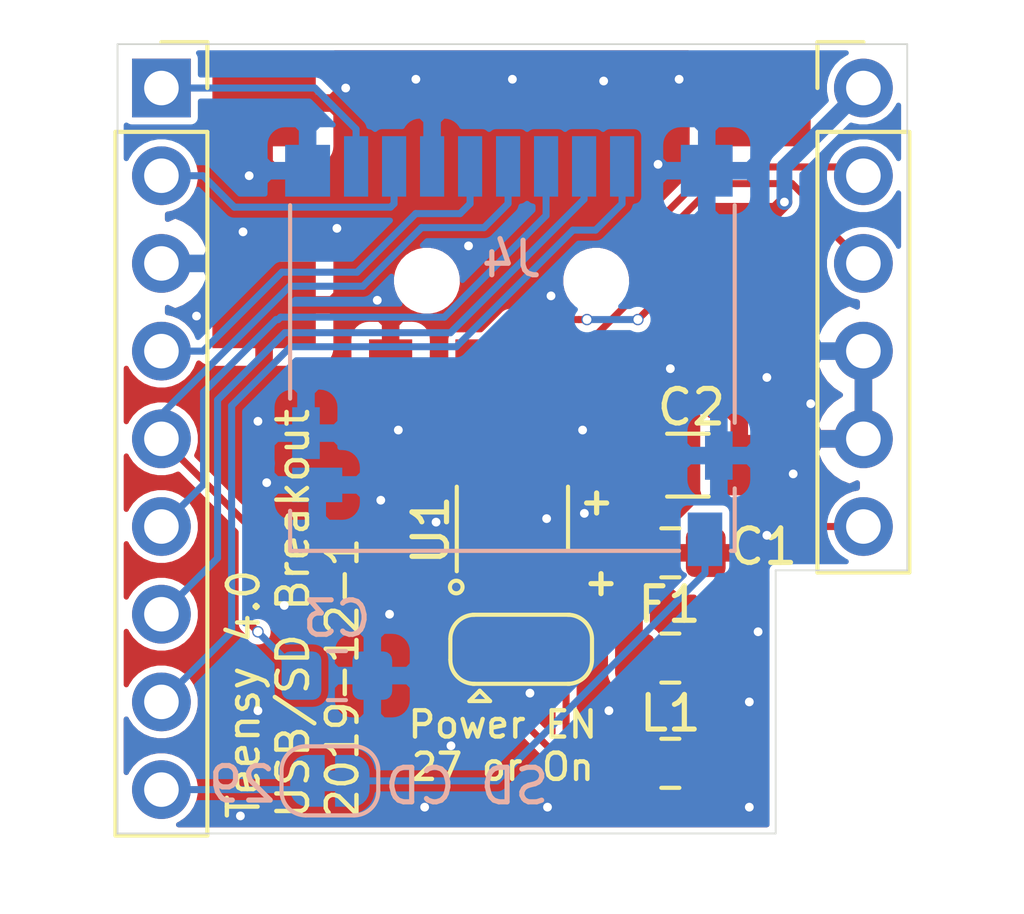
<source format=kicad_pcb>
(kicad_pcb (version 20171130) (host pcbnew "(5.1.5-0-10_14)")

  (general
    (thickness 1.6)
    (drawings 13)
    (tracks 155)
    (zones 0)
    (modules 12)
    (nets 19)
  )

  (page A4)
  (layers
    (0 F.Cu signal)
    (31 B.Cu signal)
    (32 B.Adhes user)
    (33 F.Adhes user)
    (34 B.Paste user)
    (35 F.Paste user)
    (36 B.SilkS user)
    (37 F.SilkS user)
    (38 B.Mask user)
    (39 F.Mask user)
    (40 Dwgs.User user)
    (41 Cmts.User user)
    (42 Eco1.User user)
    (43 Eco2.User user)
    (44 Edge.Cuts user)
    (45 Margin user)
    (46 B.CrtYd user)
    (47 F.CrtYd user)
    (48 B.Fab user)
    (49 F.Fab user)
  )

  (setup
    (last_trace_width 0.2032)
    (user_trace_width 0.1524)
    (user_trace_width 0.2032)
    (user_trace_width 0.3048)
    (user_trace_width 0.4572)
    (trace_clearance 0.2032)
    (zone_clearance 0.1524)
    (zone_45_only no)
    (trace_min 0.1524)
    (via_size 0.3302)
    (via_drill 0.254)
    (via_min_size 0.3302)
    (via_min_drill 0.254)
    (user_via 0.3302 0.254)
    (uvia_size 0.3)
    (uvia_drill 0.1)
    (uvias_allowed no)
    (uvia_min_size 0.2)
    (uvia_min_drill 0.1)
    (edge_width 0.05)
    (segment_width 0.2)
    (pcb_text_width 0.3)
    (pcb_text_size 1.5 1.5)
    (mod_edge_width 0.12)
    (mod_text_size 1 1)
    (mod_text_width 0.15)
    (pad_size 1.3 1.5)
    (pad_drill 0)
    (pad_to_mask_clearance 0.051)
    (solder_mask_min_width 0.25)
    (aux_axis_origin 0 0)
    (visible_elements FFFFFF7F)
    (pcbplotparams
      (layerselection 0x010fc_ffffffff)
      (usegerberextensions false)
      (usegerberattributes false)
      (usegerberadvancedattributes false)
      (creategerberjobfile false)
      (excludeedgelayer true)
      (linewidth 0.100000)
      (plotframeref false)
      (viasonmask false)
      (mode 1)
      (useauxorigin false)
      (hpglpennumber 1)
      (hpglpenspeed 20)
      (hpglpendiameter 15.000000)
      (psnegative false)
      (psa4output false)
      (plotreference true)
      (plotvalue true)
      (plotinvisibletext false)
      (padsonsilk false)
      (subtractmaskfromsilk false)
      (outputformat 1)
      (mirror false)
      (drillshape 1)
      (scaleselection 1)
      (outputdirectory ""))
  )

  (net 0 "")
  (net 1 GND)
  (net 2 /VUSB)
  (net 3 /VBUS)
  (net 4 "Net-(F1-Pad1)")
  (net 5 /27)
  (net 6 /D+)
  (net 7 /D-)
  (net 8 "Net-(JP1-Pad3)")
  (net 9 /EN)
  (net 10 /3V3)
  (net 11 /DAT2)
  (net 12 /DAT3)
  (net 13 /CMD)
  (net 14 /CLK)
  (net 15 /DAT0)
  (net 16 /DAT1)
  (net 17 /29)
  (net 18 "Net-(J4-Pad10)")

  (net_class Default "This is the default net class."
    (clearance 0.2032)
    (trace_width 0.2032)
    (via_dia 0.3302)
    (via_drill 0.254)
    (uvia_dia 0.3)
    (uvia_drill 0.1)
    (add_net /27)
    (add_net /29)
    (add_net /3V3)
    (add_net /CLK)
    (add_net /CMD)
    (add_net /D+)
    (add_net /D-)
    (add_net /DAT0)
    (add_net /DAT1)
    (add_net /DAT2)
    (add_net /DAT3)
    (add_net /EN)
    (add_net /VBUS)
    (add_net /VUSB)
    (add_net GND)
    (add_net "Net-(F1-Pad1)")
    (add_net "Net-(J4-Pad10)")
    (add_net "Net-(JP1-Pad3)")
  )

  (module Jumper:SolderJumper-2_P1.3mm_Bridged_RoundedPad1.0x1.5mm (layer B.Cu) (tedit 5C745284) (tstamp 5DE450E4)
    (at 136.9568 119.126)
    (descr "SMD Solder Jumper, 1x1.5mm, rounded Pads, 0.3mm gap, bridged with 1 copper strip")
    (tags "solder jumper open")
    (path /5DE6A563)
    (attr virtual)
    (fp_text reference JP2 (at 0 1.8) (layer B.SilkS) hide
      (effects (font (size 1 1) (thickness 0.15)) (justify mirror))
    )
    (fp_text value "Card Detect/29" (at 0 -1.9) (layer B.Fab)
      (effects (font (size 1 1) (thickness 0.15)) (justify mirror))
    )
    (fp_poly (pts (xy 0.25 0.3) (xy -0.25 0.3) (xy -0.25 -0.3) (xy 0.25 -0.3)) (layer B.Cu) (width 0))
    (fp_line (start 1.65 -1.25) (end -1.65 -1.25) (layer B.CrtYd) (width 0.05))
    (fp_line (start 1.65 -1.25) (end 1.65 1.25) (layer B.CrtYd) (width 0.05))
    (fp_line (start -1.65 1.25) (end -1.65 -1.25) (layer B.CrtYd) (width 0.05))
    (fp_line (start -1.65 1.25) (end 1.65 1.25) (layer B.CrtYd) (width 0.05))
    (fp_line (start -0.7 1) (end 0.7 1) (layer B.SilkS) (width 0.12))
    (fp_line (start 1.4 0.3) (end 1.4 -0.3) (layer B.SilkS) (width 0.12))
    (fp_line (start 0.7 -1) (end -0.7 -1) (layer B.SilkS) (width 0.12))
    (fp_line (start -1.4 -0.3) (end -1.4 0.3) (layer B.SilkS) (width 0.12))
    (fp_arc (start -0.7 0.3) (end -0.7 1) (angle 90) (layer B.SilkS) (width 0.12))
    (fp_arc (start -0.7 -0.3) (end -1.4 -0.3) (angle 90) (layer B.SilkS) (width 0.12))
    (fp_arc (start 0.7 -0.3) (end 0.7 -1) (angle 90) (layer B.SilkS) (width 0.12))
    (fp_arc (start 0.7 0.3) (end 1.4 0.3) (angle 90) (layer B.SilkS) (width 0.12))
    (pad 1 smd custom (at -0.65 0) (size 1 0.5) (layers B.Cu B.Mask)
      (net 17 /29) (zone_connect 2)
      (options (clearance outline) (anchor rect))
      (primitives
        (gr_circle (center 0 -0.25) (end 0.5 -0.25) (width 0))
        (gr_circle (center 0 0.25) (end 0.5 0.25) (width 0))
        (gr_poly (pts
           (xy 0 0.75) (xy 0.5 0.75) (xy 0.5 -0.75) (xy 0 -0.75)) (width 0))
      ))
    (pad 2 smd custom (at 0.65 0) (size 1 0.5) (layers B.Cu B.Mask)
      (net 18 "Net-(J4-Pad10)") (zone_connect 2)
      (options (clearance outline) (anchor rect))
      (primitives
        (gr_circle (center 0 -0.25) (end 0.5 -0.25) (width 0))
        (gr_circle (center 0 0.25) (end 0.5 0.25) (width 0))
        (gr_poly (pts
           (xy 0 0.75) (xy -0.5 0.75) (xy -0.5 -0.75) (xy 0 -0.75)) (width 0))
      ))
  )

  (module Connector_Card:microSD_HC_Hirose_DM3D-SF (layer B.Cu) (tedit 5DE41BFA) (tstamp 5DE41438)
    (at 142.24 106.68)
    (descr "Micro SD, SMD, right-angle, push-pull (https://media.digikey.com/PDF/Data%20Sheets/Hirose%20PDFs/DM3D-SF.pdf)")
    (tags "Micro SD")
    (path /5DE0556B)
    (attr smd)
    (fp_text reference J4 (at -0.0254 -2.667) (layer B.SilkS)
      (effects (font (size 1 1) (thickness 0.15)) (justify mirror))
    )
    (fp_text value Micro_SD_Card_Det_Hirose_DM3AT (at -0.025 -6.975) (layer B.Fab)
      (effects (font (size 1 1) (thickness 0.15)) (justify mirror))
    )
    (fp_arc (start 5.475 -5.475) (end 5.475 -5.725) (angle -90) (layer B.Fab) (width 0.1))
    (fp_arc (start 4.725 -4.425) (end 4.725 -3.925) (angle -90) (layer B.Fab) (width 0.1))
    (fp_arc (start -5.525 -5.475) (end -5.275 -5.475) (angle -90) (layer B.Fab) (width 0.1))
    (fp_arc (start -4.775 -4.425) (end -5.275 -4.425) (angle -90) (layer B.Fab) (width 0.1))
    (fp_arc (start -5.025 -9.575) (end -5.025 -10.075) (angle -90) (layer B.Fab) (width 0.1))
    (fp_arc (start 4.975 -9.575) (end 5.475 -9.575) (angle -90) (layer B.Fab) (width 0.1))
    (fp_line (start 6.325 5.785) (end 6.435 5.785) (layer B.SilkS) (width 0.12))
    (fp_line (start 0.525 5.725) (end -1.975 5.725) (layer Dwgs.User) (width 0.1))
    (fp_line (start 6.375 -5.725) (end 6.375 5.725) (layer B.Fab) (width 0.1))
    (fp_line (start 3.575 -0.475) (end 3.575 1.525) (layer Dwgs.User) (width 0.1))
    (fp_line (start 3.075 -0.475) (end 3.575 0.975) (layer Dwgs.User) (width 0.1))
    (fp_line (start 2.575 -0.475) (end 3.275 1.525) (layer Dwgs.User) (width 0.1))
    (fp_line (start 2.075 -0.475) (end 2.775 1.525) (layer Dwgs.User) (width 0.1))
    (fp_line (start 1.575 -0.475) (end 2.275 1.525) (layer Dwgs.User) (width 0.1))
    (fp_line (start 1.075 -0.475) (end 1.775 1.525) (layer Dwgs.User) (width 0.1))
    (fp_line (start 0.575 -0.475) (end 1.275 1.525) (layer Dwgs.User) (width 0.1))
    (fp_line (start 0.075 -0.475) (end 0.775 1.525) (layer Dwgs.User) (width 0.1))
    (fp_line (start -0.425 -0.475) (end 0.275 1.525) (layer Dwgs.User) (width 0.1))
    (fp_line (start -0.925 -0.475) (end -0.225 1.525) (layer Dwgs.User) (width 0.1))
    (fp_line (start -1.425 -0.475) (end -0.725 1.525) (layer Dwgs.User) (width 0.1))
    (fp_line (start -1.925 -0.475) (end -1.225 1.525) (layer Dwgs.User) (width 0.1))
    (fp_line (start -2.425 -0.475) (end -1.725 1.525) (layer Dwgs.User) (width 0.1))
    (fp_line (start -2.925 -0.475) (end -2.225 1.525) (layer Dwgs.User) (width 0.1))
    (fp_line (start -3.425 -0.475) (end -2.725 1.525) (layer Dwgs.User) (width 0.1))
    (fp_line (start -4.425 -0.475) (end -3.725 1.525) (layer Dwgs.User) (width 0.1))
    (fp_line (start -6.375 -5.725) (end -6.375 5.725) (layer B.Fab) (width 0.1))
    (fp_line (start -4.925 -0.475) (end 3.575 -0.475) (layer Dwgs.User) (width 0.1))
    (fp_line (start 0.525 3.875) (end -1.975 3.875) (layer Dwgs.User) (width 0.1))
    (fp_line (start -4.925 1.525) (end 3.575 1.525) (layer Dwgs.User) (width 0.1))
    (fp_line (start -6.92 6.72) (end 6.88 6.72) (layer B.CrtYd) (width 0.05))
    (fp_line (start 6.88 6.72) (end 6.88 -6.28) (layer B.CrtYd) (width 0.05))
    (fp_line (start 6.88 -6.28) (end -6.92 -6.28) (layer B.CrtYd) (width 0.05))
    (fp_line (start -6.92 -6.28) (end -6.92 6.72) (layer B.CrtYd) (width 0.05))
    (fp_line (start -4.925 1.525) (end -4.925 -0.475) (layer Dwgs.User) (width 0.1))
    (fp_line (start -4.925 -0.475) (end -4.225 1.525) (layer Dwgs.User) (width 0.1))
    (fp_line (start -4.225 1.525) (end -3.725 1.525) (layer Dwgs.User) (width 0.1))
    (fp_line (start -3.925 -0.475) (end -3.225 1.525) (layer Dwgs.User) (width 0.1))
    (fp_line (start -3.225 1.525) (end -2.725 1.525) (layer Dwgs.User) (width 0.1))
    (fp_line (start -6.375 5.725) (end 6.375 5.725) (layer B.Fab) (width 0.1))
    (fp_line (start -1.975 5.725) (end -1.975 3.875) (layer Dwgs.User) (width 0.1))
    (fp_line (start 0.525 3.875) (end 0.525 5.725) (layer Dwgs.User) (width 0.1))
    (fp_line (start -1.925 3.875) (end -1.525 5.725) (layer Dwgs.User) (width 0.1))
    (fp_line (start -1.025 5.725) (end -1.525 3.875) (layer Dwgs.User) (width 0.1))
    (fp_line (start -1.025 3.875) (end -0.525 5.725) (layer Dwgs.User) (width 0.1))
    (fp_line (start -0.025 5.725) (end -0.525 3.875) (layer Dwgs.User) (width 0.1))
    (fp_line (start -0.025 3.875) (end 0.475 5.725) (layer Dwgs.User) (width 0.1))
    (fp_line (start -5.525 6.975) (end 4.175 6.975) (layer B.Fab) (width 0.1))
    (fp_line (start 4.175 5.725) (end 4.175 6.975) (layer B.Fab) (width 0.1))
    (fp_line (start -5.525 5.725) (end -5.525 6.975) (layer B.Fab) (width 0.1))
    (fp_line (start -4.775 -3.925) (end 4.725 -3.925) (layer B.Fab) (width 0.1))
    (fp_line (start -6.375 -5.725) (end -5.525 -5.725) (layer B.Fab) (width 0.1))
    (fp_line (start -5.275 -5.475) (end -5.275 -4.425) (layer B.Fab) (width 0.1))
    (fp_line (start 5.225 -5.475) (end 5.225 -4.425) (layer B.Fab) (width 0.1))
    (fp_line (start 5.475 -5.725) (end 6.375 -5.725) (layer B.Fab) (width 0.1))
    (fp_line (start -5.525 -5.725) (end -5.525 -9.575) (layer B.Fab) (width 0.1))
    (fp_line (start -5.025 -10.075) (end 4.975 -10.075) (layer B.Fab) (width 0.1))
    (fp_line (start 5.475 -9.575) (end 5.475 -5.725) (layer B.Fab) (width 0.1))
    (fp_line (start -6.435 4.625) (end -6.435 5.785) (layer B.SilkS) (width 0.12))
    (fp_line (start -6.435 5.785) (end 4.825 5.785) (layer B.SilkS) (width 0.12))
    (fp_line (start 6.435 5.785) (end 6.435 3.975) (layer B.SilkS) (width 0.12))
    (fp_line (start -6.435 1.375) (end -6.435 -4.225) (layer B.SilkS) (width 0.12))
    (fp_line (start 6.435 2.075) (end 6.435 -4.225) (layer B.SilkS) (width 0.12))
    (fp_text user KEEPOUT (at -0.275 0.525) (layer Cmts.User)
      (effects (font (size 1 1) (thickness 0.1)))
    )
    (fp_text user %R (at -0.025 -1.475) (layer B.Fab)
      (effects (font (size 1 1) (thickness 0.1)) (justify mirror))
    )
    (fp_text user KEEPOUT (at -0.275 0.525) (layer Cmts.User)
      (effects (font (size 1 1) (thickness 0.1)))
    )
    (pad 10 smd rect (at 5.575 5.45) (size 1 1.55) (layers B.Cu B.Paste B.Mask)
      (net 18 "Net-(J4-Pad10)"))
    (pad 11 smd rect (at 5.625 -5.225) (size 1.5 1.5) (layers B.Cu B.Paste B.Mask)
      (net 1 GND))
    (pad 1 smd rect (at 3.175 -5.35) (size 0.7 1.75) (layers B.Cu B.Paste B.Mask)
      (net 11 /DAT2))
    (pad 2 smd rect (at 2.075 -5.35) (size 0.7 1.75) (layers B.Cu B.Paste B.Mask)
      (net 12 /DAT3))
    (pad 3 smd rect (at 0.975 -5.35) (size 0.7 1.75) (layers B.Cu B.Paste B.Mask)
      (net 13 /CMD))
    (pad 4 smd rect (at -0.125 -5.35) (size 0.7 1.75) (layers B.Cu B.Paste B.Mask)
      (net 10 /3V3))
    (pad 5 smd rect (at -1.225 -5.35) (size 0.7 1.75) (layers B.Cu B.Paste B.Mask)
      (net 14 /CLK))
    (pad 6 smd rect (at -2.325 -5.35) (size 0.7 1.75) (layers B.Cu B.Paste B.Mask)
      (net 1 GND))
    (pad 7 smd rect (at -3.425 -5.35) (size 0.7 1.75) (layers B.Cu B.Paste B.Mask)
      (net 15 /DAT0))
    (pad 11 smd rect (at 5.975 3.025) (size 0.8 1.4) (layers B.Cu B.Paste B.Mask)
      (net 1 GND))
    (pad 9 smd rect (at -5.65 3.875) (size 1.45 1) (layers B.Cu B.Paste B.Mask)
      (net 1 GND))
    (pad 11 smd rect (at -5.975 2.375) (size 0.8 1.5) (layers B.Cu B.Paste B.Mask)
      (net 1 GND))
    (pad 11 smd rect (at -5.9282 -5.225) (size 1.3 1.5) (layers B.Cu B.Paste B.Mask)
      (net 1 GND))
    (pad 8 smd rect (at -4.525 -5.35) (size 0.7 1.75) (layers B.Cu B.Paste B.Mask)
      (net 16 /DAT1))
    (model ${KISYS3DMOD}/Connector_Card.3dshapes/microSD_HC_Hirose_DM3D-SF.wrl
      (at (xyz 0 0 0))
      (scale (xyz 1 1 1))
      (rotate (xyz 0 0 0))
    )
  )

  (module USB_A_Receptacle_SMD_Wuerth_629104190121:USB_A_Receptacle_SMD_Wuerth_629104190121_Narrow (layer F.Cu) (tedit 5DE410E1) (tstamp 5D859869)
    (at 142.2146 107.3404 180)
    (path /5D8523A9)
    (fp_text reference J2 (at -5.461 -20.8026) (layer F.SilkS) hide
      (effects (font (size 1 1) (thickness 0.15)))
    )
    (fp_text value USB_A (at -0.3 -2.5) (layer F.Fab)
      (effects (font (size 1 1) (thickness 0.15)))
    )
    (fp_line (start -6.55 10.8) (end -6.55 0.8) (layer Dwgs.User) (width 0.06))
    (fp_line (start -6.55 10.8) (end 6.55 10.8) (layer Dwgs.User) (width 0.06))
    (fp_line (start 6.55 0.8) (end 6.55 10.8) (layer Dwgs.User) (width 0.06))
    (fp_line (start -6.55 0.8) (end 6.55 0.8) (layer Dwgs.User) (width 0.06))
    (fp_line (start -9 9.6) (end 9 9.6) (layer Dwgs.User) (width 0.12))
    (pad "" np_thru_hole circle (at 2.45 2.7 180) (size 1.5 1.5) (drill 1.5) (layers *.Cu *.Mask))
    (pad "" np_thru_hole circle (at -2.45 2.7 180) (size 1.5 1.5) (drill 1.5) (layers *.Cu *.Mask))
    (pad 5 smd rect (at 7.1625 7.846 180) (size 2.992001 2.508) (layers F.Cu F.Paste F.Mask)
      (net 1 GND))
    (pad 5 smd rect (at 7.1625 2 180) (size 2.992001 2.508) (layers F.Cu F.Paste F.Mask)
      (net 1 GND))
    (pad 5 smd rect (at -7.1625 7.846 180) (size 2.992001 2.508) (layers F.Cu F.Paste F.Mask)
      (net 1 GND))
    (pad 5 smd rect (at -7.1625 2 180) (size 2.992001 2.508) (layers F.Cu F.Paste F.Mask)
      (net 1 GND))
    (pad 4 smd rect (at 3.5 0 180) (size 1.25 2) (layers F.Cu F.Paste F.Mask)
      (net 1 GND))
    (pad 3 smd rect (at 1 0 180) (size 1.25 2) (layers F.Cu F.Paste F.Mask)
      (net 6 /D+))
    (pad 2 smd rect (at -1 0 180) (size 1.25 2) (layers F.Cu F.Paste F.Mask)
      (net 7 /D-))
    (pad 1 smd rect (at -3.5 0 180) (size 1.25 2) (layers F.Cu F.Paste F.Mask)
      (net 3 /VBUS))
  )

  (module Connector_PinSocket_2.54mm:PinSocket_1x09_P2.54mm_Vertical (layer F.Cu) (tedit 5A19A431) (tstamp 5DE0AE38)
    (at 132.08 99.06)
    (descr "Through hole straight socket strip, 1x09, 2.54mm pitch, single row (from Kicad 4.0.7), script generated")
    (tags "Through hole socket strip THT 1x09 2.54mm single row")
    (path /5DE0870F)
    (fp_text reference J3 (at 0 -2.77) (layer F.SilkS) hide
      (effects (font (size 1 1) (thickness 0.15)))
    )
    (fp_text value Conn_01x09 (at 0 23.09) (layer F.Fab)
      (effects (font (size 1 1) (thickness 0.15)))
    )
    (fp_text user %R (at 0 10.16 90) (layer F.Fab)
      (effects (font (size 1 1) (thickness 0.15)))
    )
    (fp_line (start -1.8 22.1) (end -1.8 -1.8) (layer F.CrtYd) (width 0.05))
    (fp_line (start 1.75 22.1) (end -1.8 22.1) (layer F.CrtYd) (width 0.05))
    (fp_line (start 1.75 -1.8) (end 1.75 22.1) (layer F.CrtYd) (width 0.05))
    (fp_line (start -1.8 -1.8) (end 1.75 -1.8) (layer F.CrtYd) (width 0.05))
    (fp_line (start 0 -1.33) (end 1.33 -1.33) (layer F.SilkS) (width 0.12))
    (fp_line (start 1.33 -1.33) (end 1.33 0) (layer F.SilkS) (width 0.12))
    (fp_line (start 1.33 1.27) (end 1.33 21.65) (layer F.SilkS) (width 0.12))
    (fp_line (start -1.33 21.65) (end 1.33 21.65) (layer F.SilkS) (width 0.12))
    (fp_line (start -1.33 1.27) (end -1.33 21.65) (layer F.SilkS) (width 0.12))
    (fp_line (start -1.33 1.27) (end 1.33 1.27) (layer F.SilkS) (width 0.12))
    (fp_line (start -1.27 21.59) (end -1.27 -1.27) (layer F.Fab) (width 0.1))
    (fp_line (start 1.27 21.59) (end -1.27 21.59) (layer F.Fab) (width 0.1))
    (fp_line (start 1.27 -0.635) (end 1.27 21.59) (layer F.Fab) (width 0.1))
    (fp_line (start 0.635 -1.27) (end 1.27 -0.635) (layer F.Fab) (width 0.1))
    (fp_line (start -1.27 -1.27) (end 0.635 -1.27) (layer F.Fab) (width 0.1))
    (pad 9 thru_hole oval (at 0 20.32) (size 1.7 1.7) (drill 1) (layers *.Cu *.Mask)
      (net 17 /29))
    (pad 8 thru_hole oval (at 0 17.78) (size 1.7 1.7) (drill 1) (layers *.Cu *.Mask)
      (net 11 /DAT2))
    (pad 7 thru_hole oval (at 0 15.24) (size 1.7 1.7) (drill 1) (layers *.Cu *.Mask)
      (net 12 /DAT3))
    (pad 6 thru_hole oval (at 0 12.7) (size 1.7 1.7) (drill 1) (layers *.Cu *.Mask)
      (net 13 /CMD))
    (pad 5 thru_hole oval (at 0 10.16) (size 1.7 1.7) (drill 1) (layers *.Cu *.Mask)
      (net 10 /3V3))
    (pad 4 thru_hole oval (at 0 7.62) (size 1.7 1.7) (drill 1) (layers *.Cu *.Mask)
      (net 14 /CLK))
    (pad 3 thru_hole oval (at 0 5.08) (size 1.7 1.7) (drill 1) (layers *.Cu *.Mask)
      (net 1 GND))
    (pad 2 thru_hole oval (at 0 2.54) (size 1.7 1.7) (drill 1) (layers *.Cu *.Mask)
      (net 15 /DAT0))
    (pad 1 thru_hole rect (at 0 0) (size 1.7 1.7) (drill 1) (layers *.Cu *.Mask)
      (net 16 /DAT1))
    (model ${KISYS3DMOD}/Connector_PinSocket_2.54mm.3dshapes/PinSocket_1x09_P2.54mm_Vertical.wrl
      (at (xyz 0 0 0))
      (scale (xyz 1 1 1))
      (rotate (xyz 0 0 0))
    )
  )

  (module Capacitor_SMD:C_0805_2012Metric_Pad1.15x1.40mm_HandSolder (layer B.Cu) (tedit 5B36C52B) (tstamp 5DE0ADA5)
    (at 137.16 116.078 180)
    (descr "Capacitor SMD 0805 (2012 Metric), square (rectangular) end terminal, IPC_7351 nominal with elongated pad for handsoldering. (Body size source: https://docs.google.com/spreadsheets/d/1BsfQQcO9C6DZCsRaXUlFlo91Tg2WpOkGARC1WS5S8t0/edit?usp=sharing), generated with kicad-footprint-generator")
    (tags "capacitor handsolder")
    (path /5DE0B848)
    (attr smd)
    (fp_text reference C3 (at 0 1.65) (layer B.SilkS)
      (effects (font (size 1 1) (thickness 0.15)) (justify mirror))
    )
    (fp_text value 0.1u (at 0 -1.65) (layer B.Fab)
      (effects (font (size 1 1) (thickness 0.15)) (justify mirror))
    )
    (fp_text user %R (at 0 0) (layer B.Fab)
      (effects (font (size 0.5 0.5) (thickness 0.08)) (justify mirror))
    )
    (fp_line (start 1.85 -0.95) (end -1.85 -0.95) (layer B.CrtYd) (width 0.05))
    (fp_line (start 1.85 0.95) (end 1.85 -0.95) (layer B.CrtYd) (width 0.05))
    (fp_line (start -1.85 0.95) (end 1.85 0.95) (layer B.CrtYd) (width 0.05))
    (fp_line (start -1.85 -0.95) (end -1.85 0.95) (layer B.CrtYd) (width 0.05))
    (fp_line (start -0.261252 -0.71) (end 0.261252 -0.71) (layer B.SilkS) (width 0.12))
    (fp_line (start -0.261252 0.71) (end 0.261252 0.71) (layer B.SilkS) (width 0.12))
    (fp_line (start 1 -0.6) (end -1 -0.6) (layer B.Fab) (width 0.1))
    (fp_line (start 1 0.6) (end 1 -0.6) (layer B.Fab) (width 0.1))
    (fp_line (start -1 0.6) (end 1 0.6) (layer B.Fab) (width 0.1))
    (fp_line (start -1 -0.6) (end -1 0.6) (layer B.Fab) (width 0.1))
    (pad 2 smd roundrect (at 1.025 0 180) (size 1.15 1.4) (layers B.Cu B.Paste B.Mask) (roundrect_rratio 0.217391)
      (net 10 /3V3))
    (pad 1 smd roundrect (at -1.025 0 180) (size 1.15 1.4) (layers B.Cu B.Paste B.Mask) (roundrect_rratio 0.217391)
      (net 1 GND))
    (model ${KISYS3DMOD}/Capacitor_SMD.3dshapes/C_0805_2012Metric.wrl
      (at (xyz 0 0 0))
      (scale (xyz 1 1 1))
      (rotate (xyz 0 0 0))
    )
  )

  (module Jumper:SolderJumper-3_P1.3mm_Bridged12_RoundedPad1.0x1.5mm (layer F.Cu) (tedit 5C745321) (tstamp 5D98FA16)
    (at 142.494 115.316)
    (descr "SMD Solder 3-pad Jumper, 1x1.5mm rounded Pads, 0.3mm gap, pads 1-2 bridged with 1 copper strip")
    (tags "solder jumper open")
    (path /5D98F81D)
    (attr virtual)
    (fp_text reference JP1 (at 0.1016 4.2418) (layer F.SilkS) hide
      (effects (font (size 1 1) (thickness 0.15)))
    )
    (fp_text value "Power Enable/27" (at 0 1.9) (layer F.Fab)
      (effects (font (size 1 1) (thickness 0.15)))
    )
    (fp_poly (pts (xy -0.9 -0.3) (xy -0.4 -0.3) (xy -0.4 0.3) (xy -0.9 0.3)) (layer F.Cu) (width 0))
    (fp_arc (start -1.35 -0.3) (end -1.35 -1) (angle -90) (layer F.SilkS) (width 0.12))
    (fp_arc (start -1.35 0.3) (end -2.05 0.3) (angle -90) (layer F.SilkS) (width 0.12))
    (fp_arc (start 1.35 0.3) (end 1.35 1) (angle -90) (layer F.SilkS) (width 0.12))
    (fp_arc (start 1.35 -0.3) (end 2.05 -0.3) (angle -90) (layer F.SilkS) (width 0.12))
    (fp_line (start 2.3 1.25) (end -2.3 1.25) (layer F.CrtYd) (width 0.05))
    (fp_line (start 2.3 1.25) (end 2.3 -1.25) (layer F.CrtYd) (width 0.05))
    (fp_line (start -2.3 -1.25) (end -2.3 1.25) (layer F.CrtYd) (width 0.05))
    (fp_line (start -2.3 -1.25) (end 2.3 -1.25) (layer F.CrtYd) (width 0.05))
    (fp_line (start -1.4 -1) (end 1.4 -1) (layer F.SilkS) (width 0.12))
    (fp_line (start 2.05 -0.3) (end 2.05 0.3) (layer F.SilkS) (width 0.12))
    (fp_line (start 1.4 1) (end -1.4 1) (layer F.SilkS) (width 0.12))
    (fp_line (start -2.05 0.3) (end -2.05 -0.3) (layer F.SilkS) (width 0.12))
    (fp_line (start -1.2 1.2) (end -1.5 1.5) (layer F.SilkS) (width 0.12))
    (fp_line (start -1.5 1.5) (end -0.9 1.5) (layer F.SilkS) (width 0.12))
    (fp_line (start -1.2 1.2) (end -0.9 1.5) (layer F.SilkS) (width 0.12))
    (pad 1 smd custom (at -1.3 0) (size 1 0.5) (layers F.Cu F.Mask)
      (net 5 /27) (zone_connect 2)
      (options (clearance outline) (anchor rect))
      (primitives
        (gr_circle (center 0 0.25) (end 0.5 0.25) (width 0))
        (gr_circle (center 0 -0.25) (end 0.5 -0.25) (width 0))
        (gr_poly (pts
           (xy 0.55 -0.75) (xy 0 -0.75) (xy 0 0.75) (xy 0.55 0.75)) (width 0))
      ))
    (pad 2 smd rect (at 0 0) (size 1 1.5) (layers F.Cu F.Mask)
      (net 9 /EN))
    (pad 3 smd custom (at 1.3 0) (size 1 0.5) (layers F.Cu F.Mask)
      (net 8 "Net-(JP1-Pad3)") (zone_connect 2)
      (options (clearance outline) (anchor rect))
      (primitives
        (gr_circle (center 0 0.25) (end 0.5 0.25) (width 0))
        (gr_circle (center 0 -0.25) (end 0.5 -0.25) (width 0))
        (gr_poly (pts
           (xy -0.55 -0.75) (xy 0 -0.75) (xy 0 0.75) (xy -0.55 0.75)) (width 0))
      ))
  )

  (module Capacitor_SMD:C_1206_3216Metric_Pad1.42x1.75mm_HandSolder (layer F.Cu) (tedit 5B301BBE) (tstamp 5D856E8C)
    (at 147.32 109.982)
    (descr "Capacitor SMD 1206 (3216 Metric), square (rectangular) end terminal, IPC_7351 nominal with elongated pad for handsoldering. (Body size source: http://www.tortai-tech.com/upload/download/2011102023233369053.pdf), generated with kicad-footprint-generator")
    (tags "capacitor handsolder")
    (path /5D85B796)
    (attr smd)
    (fp_text reference C2 (at 0.1016 -1.6764) (layer F.SilkS)
      (effects (font (size 1 1) (thickness 0.15)))
    )
    (fp_text value 100u (at 0 1.82) (layer F.Fab)
      (effects (font (size 1 1) (thickness 0.15)))
    )
    (fp_text user %R (at 0 0) (layer F.Fab)
      (effects (font (size 0.8 0.8) (thickness 0.12)))
    )
    (fp_line (start 2.45 1.12) (end -2.45 1.12) (layer F.CrtYd) (width 0.05))
    (fp_line (start 2.45 -1.12) (end 2.45 1.12) (layer F.CrtYd) (width 0.05))
    (fp_line (start -2.45 -1.12) (end 2.45 -1.12) (layer F.CrtYd) (width 0.05))
    (fp_line (start -2.45 1.12) (end -2.45 -1.12) (layer F.CrtYd) (width 0.05))
    (fp_line (start -0.602064 0.91) (end 0.602064 0.91) (layer F.SilkS) (width 0.12))
    (fp_line (start -0.602064 -0.91) (end 0.602064 -0.91) (layer F.SilkS) (width 0.12))
    (fp_line (start 1.6 0.8) (end -1.6 0.8) (layer F.Fab) (width 0.1))
    (fp_line (start 1.6 -0.8) (end 1.6 0.8) (layer F.Fab) (width 0.1))
    (fp_line (start -1.6 -0.8) (end 1.6 -0.8) (layer F.Fab) (width 0.1))
    (fp_line (start -1.6 0.8) (end -1.6 -0.8) (layer F.Fab) (width 0.1))
    (pad 2 smd roundrect (at 1.4875 0) (size 1.425 1.75) (layers F.Cu F.Paste F.Mask) (roundrect_rratio 0.175439)
      (net 1 GND))
    (pad 1 smd roundrect (at -1.4875 0) (size 1.425 1.75) (layers F.Cu F.Paste F.Mask) (roundrect_rratio 0.175439)
      (net 3 /VBUS))
    (model ${KISYS3DMOD}/Capacitor_SMD.3dshapes/C_1206_3216Metric.wrl
      (at (xyz 0 0 0))
      (scale (xyz 1 1 1))
      (rotate (xyz 0 0 0))
    )
  )

  (module Capacitor_SMD:C_0805_2012Metric_Pad1.15x1.40mm_HandSolder (layer F.Cu) (tedit 5B36C52B) (tstamp 5D8595C7)
    (at 146.812 112.522)
    (descr "Capacitor SMD 0805 (2012 Metric), square (rectangular) end terminal, IPC_7351 nominal with elongated pad for handsoldering. (Body size source: https://docs.google.com/spreadsheets/d/1BsfQQcO9C6DZCsRaXUlFlo91Tg2WpOkGARC1WS5S8t0/edit?usp=sharing), generated with kicad-footprint-generator")
    (tags "capacitor handsolder")
    (path /5D85C976)
    (attr smd)
    (fp_text reference C1 (at 2.6924 -0.1778 180) (layer F.SilkS)
      (effects (font (size 1 1) (thickness 0.15)))
    )
    (fp_text value 2u2 (at 0 1.65) (layer F.Fab)
      (effects (font (size 1 1) (thickness 0.15)))
    )
    (fp_text user %R (at 0 0) (layer F.Fab)
      (effects (font (size 0.5 0.5) (thickness 0.08)))
    )
    (fp_line (start 1.85 0.95) (end -1.85 0.95) (layer F.CrtYd) (width 0.05))
    (fp_line (start 1.85 -0.95) (end 1.85 0.95) (layer F.CrtYd) (width 0.05))
    (fp_line (start -1.85 -0.95) (end 1.85 -0.95) (layer F.CrtYd) (width 0.05))
    (fp_line (start -1.85 0.95) (end -1.85 -0.95) (layer F.CrtYd) (width 0.05))
    (fp_line (start -0.261252 0.71) (end 0.261252 0.71) (layer F.SilkS) (width 0.12))
    (fp_line (start -0.261252 -0.71) (end 0.261252 -0.71) (layer F.SilkS) (width 0.12))
    (fp_line (start 1 0.6) (end -1 0.6) (layer F.Fab) (width 0.1))
    (fp_line (start 1 -0.6) (end 1 0.6) (layer F.Fab) (width 0.1))
    (fp_line (start -1 -0.6) (end 1 -0.6) (layer F.Fab) (width 0.1))
    (fp_line (start -1 0.6) (end -1 -0.6) (layer F.Fab) (width 0.1))
    (pad 2 smd roundrect (at 1.025 0) (size 1.15 1.4) (layers F.Cu F.Paste F.Mask) (roundrect_rratio 0.217391)
      (net 1 GND))
    (pad 1 smd roundrect (at -1.025 0) (size 1.15 1.4) (layers F.Cu F.Paste F.Mask) (roundrect_rratio 0.217391)
      (net 2 /VUSB))
    (model ${KISYS3DMOD}/Capacitor_SMD.3dshapes/C_0805_2012Metric.wrl
      (at (xyz 0 0 0))
      (scale (xyz 1 1 1))
      (rotate (xyz 0 0 0))
    )
  )

  (module Inductor_SMD:L_0805_2012Metric_Pad1.15x1.40mm_HandSolder (layer F.Cu) (tedit 5B36C52B) (tstamp 5D856EC3)
    (at 146.812 115.57 180)
    (descr "Capacitor SMD 0805 (2012 Metric), square (rectangular) end terminal, IPC_7351 nominal with elongated pad for handsoldering. (Body size source: https://docs.google.com/spreadsheets/d/1BsfQQcO9C6DZCsRaXUlFlo91Tg2WpOkGARC1WS5S8t0/edit?usp=sharing), generated with kicad-footprint-generator")
    (tags "inductor handsolder")
    (path /5D860271)
    (attr smd)
    (fp_text reference F1 (at 0.0254 1.5494 180) (layer F.SilkS)
      (effects (font (size 1 1) (thickness 0.15)))
    )
    (fp_text value 500mA (at -3.9116 0.381) (layer F.Fab)
      (effects (font (size 1 1) (thickness 0.15)))
    )
    (fp_text user %R (at 0 0) (layer F.Fab)
      (effects (font (size 0.5 0.5) (thickness 0.08)))
    )
    (fp_line (start 1.85 0.95) (end -1.85 0.95) (layer F.CrtYd) (width 0.05))
    (fp_line (start 1.85 -0.95) (end 1.85 0.95) (layer F.CrtYd) (width 0.05))
    (fp_line (start -1.85 -0.95) (end 1.85 -0.95) (layer F.CrtYd) (width 0.05))
    (fp_line (start -1.85 0.95) (end -1.85 -0.95) (layer F.CrtYd) (width 0.05))
    (fp_line (start -0.261252 0.71) (end 0.261252 0.71) (layer F.SilkS) (width 0.12))
    (fp_line (start -0.261252 -0.71) (end 0.261252 -0.71) (layer F.SilkS) (width 0.12))
    (fp_line (start 1 0.6) (end -1 0.6) (layer F.Fab) (width 0.1))
    (fp_line (start 1 -0.6) (end 1 0.6) (layer F.Fab) (width 0.1))
    (fp_line (start -1 -0.6) (end 1 -0.6) (layer F.Fab) (width 0.1))
    (fp_line (start -1 0.6) (end -1 -0.6) (layer F.Fab) (width 0.1))
    (pad 2 smd roundrect (at 1.025 0 180) (size 1.15 1.4) (layers F.Cu F.Paste F.Mask) (roundrect_rratio 0.217391)
      (net 2 /VUSB))
    (pad 1 smd roundrect (at -1.025 0 180) (size 1.15 1.4) (layers F.Cu F.Paste F.Mask) (roundrect_rratio 0.217391)
      (net 4 "Net-(F1-Pad1)"))
    (model ${KISYS3DMOD}/Inductor_SMD.3dshapes/L_0805_2012Metric.wrl
      (at (xyz 0 0 0))
      (scale (xyz 1 1 1))
      (rotate (xyz 0 0 0))
    )
  )

  (module Package_TO_SOT_SMD:SOT-23-6 (layer F.Cu) (tedit 5A02FF57) (tstamp 5D859970)
    (at 142.24 111.506 90)
    (descr "6-pin SOT-23 package")
    (tags SOT-23-6)
    (path /5D8543F9)
    (attr smd)
    (fp_text reference U1 (at -0.3556 -2.3622 90) (layer F.SilkS)
      (effects (font (size 1 1) (thickness 0.15)))
    )
    (fp_text value TPD3S014 (at 0 2.9 90) (layer F.Fab)
      (effects (font (size 1 1) (thickness 0.15)))
    )
    (fp_line (start 0.9 -1.55) (end 0.9 1.55) (layer F.Fab) (width 0.1))
    (fp_line (start 0.9 1.55) (end -0.9 1.55) (layer F.Fab) (width 0.1))
    (fp_line (start -0.9 -0.9) (end -0.9 1.55) (layer F.Fab) (width 0.1))
    (fp_line (start 0.9 -1.55) (end -0.25 -1.55) (layer F.Fab) (width 0.1))
    (fp_line (start -0.9 -0.9) (end -0.25 -1.55) (layer F.Fab) (width 0.1))
    (fp_line (start -1.9 -1.8) (end -1.9 1.8) (layer F.CrtYd) (width 0.05))
    (fp_line (start -1.9 1.8) (end 1.9 1.8) (layer F.CrtYd) (width 0.05))
    (fp_line (start 1.9 1.8) (end 1.9 -1.8) (layer F.CrtYd) (width 0.05))
    (fp_line (start 1.9 -1.8) (end -1.9 -1.8) (layer F.CrtYd) (width 0.05))
    (fp_line (start 0.9 -1.61) (end -1.55 -1.61) (layer F.SilkS) (width 0.12))
    (fp_line (start -0.9 1.61) (end 0.9 1.61) (layer F.SilkS) (width 0.12))
    (fp_text user %R (at 0 0) (layer F.Fab)
      (effects (font (size 0.5 0.5) (thickness 0.075)))
    )
    (pad 5 smd rect (at 1.1 0 90) (size 1.06 0.65) (layers F.Cu F.Paste F.Mask)
      (net 7 /D-))
    (pad 6 smd rect (at 1.1 -0.95 90) (size 1.06 0.65) (layers F.Cu F.Paste F.Mask)
      (net 6 /D+))
    (pad 4 smd rect (at 1.1 0.95 90) (size 1.06 0.65) (layers F.Cu F.Paste F.Mask)
      (net 3 /VBUS))
    (pad 3 smd rect (at -1.1 0.95 90) (size 1.06 0.65) (layers F.Cu F.Paste F.Mask)
      (net 8 "Net-(JP1-Pad3)"))
    (pad 2 smd rect (at -1.1 0 90) (size 1.06 0.65) (layers F.Cu F.Paste F.Mask)
      (net 1 GND))
    (pad 1 smd rect (at -1.1 -0.95 90) (size 1.06 0.65) (layers F.Cu F.Paste F.Mask)
      (net 9 /EN))
    (model ${KISYS3DMOD}/Package_TO_SOT_SMD.3dshapes/SOT-23-6.wrl
      (at (xyz 0 0 0))
      (scale (xyz 1 1 1))
      (rotate (xyz 0 0 0))
    )
  )

  (module Inductor_SMD:L_0805_2012Metric_Pad1.15x1.40mm_HandSolder (layer F.Cu) (tedit 5B36C52B) (tstamp 5D85974C)
    (at 146.812 118.618 180)
    (descr "Capacitor SMD 0805 (2012 Metric), square (rectangular) end terminal, IPC_7351 nominal with elongated pad for handsoldering. (Body size source: https://docs.google.com/spreadsheets/d/1BsfQQcO9C6DZCsRaXUlFlo91Tg2WpOkGARC1WS5S8t0/edit?usp=sharing), generated with kicad-footprint-generator")
    (tags "inductor handsolder")
    (path /5D865DA5)
    (attr smd)
    (fp_text reference L1 (at 0 1.4478) (layer F.SilkS)
      (effects (font (size 1 1) (thickness 0.15)))
    )
    (fp_text value "ferrite 150" (at 0 1.65) (layer F.Fab)
      (effects (font (size 1 1) (thickness 0.15)))
    )
    (fp_text user %R (at 0 0) (layer F.Fab)
      (effects (font (size 0.5 0.5) (thickness 0.08)))
    )
    (fp_line (start 1.85 0.95) (end -1.85 0.95) (layer F.CrtYd) (width 0.05))
    (fp_line (start 1.85 -0.95) (end 1.85 0.95) (layer F.CrtYd) (width 0.05))
    (fp_line (start -1.85 -0.95) (end 1.85 -0.95) (layer F.CrtYd) (width 0.05))
    (fp_line (start -1.85 0.95) (end -1.85 -0.95) (layer F.CrtYd) (width 0.05))
    (fp_line (start -0.261252 0.71) (end 0.261252 0.71) (layer F.SilkS) (width 0.12))
    (fp_line (start -0.261252 -0.71) (end 0.261252 -0.71) (layer F.SilkS) (width 0.12))
    (fp_line (start 1 0.6) (end -1 0.6) (layer F.Fab) (width 0.1))
    (fp_line (start 1 -0.6) (end 1 0.6) (layer F.Fab) (width 0.1))
    (fp_line (start -1 -0.6) (end 1 -0.6) (layer F.Fab) (width 0.1))
    (fp_line (start -1 0.6) (end -1 -0.6) (layer F.Fab) (width 0.1))
    (pad 2 smd roundrect (at 1.025 0 180) (size 1.15 1.4) (layers F.Cu F.Paste F.Mask) (roundrect_rratio 0.217391)
      (net 8 "Net-(JP1-Pad3)"))
    (pad 1 smd roundrect (at -1.025 0 180) (size 1.15 1.4) (layers F.Cu F.Paste F.Mask) (roundrect_rratio 0.217391)
      (net 4 "Net-(F1-Pad1)"))
    (model ${KISYS3DMOD}/Inductor_SMD.3dshapes/L_0805_2012Metric.wrl
      (at (xyz 0 0 0))
      (scale (xyz 1 1 1))
      (rotate (xyz 0 0 0))
    )
  )

  (module Connector_PinHeader_2.54mm:PinHeader_1x06_P2.54mm_Vertical (layer F.Cu) (tedit 5DE1609F) (tstamp 5DE0B0C8)
    (at 152.4 99.06)
    (descr "Through hole straight pin header, 1x06, 2.54mm pitch, single row")
    (tags "Through hole pin header THT 1x06 2.54mm single row")
    (path /5D850F31)
    (fp_text reference J1 (at 0 -2.33) (layer F.SilkS) hide
      (effects (font (size 1 1) (thickness 0.15)))
    )
    (fp_text value Conn_01x06 (at 0 15.03) (layer F.Fab)
      (effects (font (size 1 1) (thickness 0.15)))
    )
    (fp_text user %R (at 0 6.35 90) (layer F.Fab)
      (effects (font (size 1 1) (thickness 0.15)))
    )
    (fp_line (start 1.8 -1.8) (end -1.8 -1.8) (layer F.CrtYd) (width 0.05))
    (fp_line (start 1.8 14.5) (end 1.8 -1.8) (layer F.CrtYd) (width 0.05))
    (fp_line (start -1.8 14.5) (end 1.8 14.5) (layer F.CrtYd) (width 0.05))
    (fp_line (start -1.8 -1.8) (end -1.8 14.5) (layer F.CrtYd) (width 0.05))
    (fp_line (start -1.33 -1.33) (end 0 -1.33) (layer F.SilkS) (width 0.12))
    (fp_line (start -1.33 0) (end -1.33 -1.33) (layer F.SilkS) (width 0.12))
    (fp_line (start -1.33 1.27) (end 1.33 1.27) (layer F.SilkS) (width 0.12))
    (fp_line (start 1.33 1.27) (end 1.33 14.03) (layer F.SilkS) (width 0.12))
    (fp_line (start -1.33 1.27) (end -1.33 14.03) (layer F.SilkS) (width 0.12))
    (fp_line (start -1.33 14.03) (end 1.33 14.03) (layer F.SilkS) (width 0.12))
    (fp_line (start -1.27 -0.635) (end -0.635 -1.27) (layer F.Fab) (width 0.1))
    (fp_line (start -1.27 13.97) (end -1.27 -0.635) (layer F.Fab) (width 0.1))
    (fp_line (start 1.27 13.97) (end -1.27 13.97) (layer F.Fab) (width 0.1))
    (fp_line (start 1.27 -1.27) (end 1.27 13.97) (layer F.Fab) (width 0.1))
    (fp_line (start -0.635 -1.27) (end 1.27 -1.27) (layer F.Fab) (width 0.1))
    (pad 6 thru_hole oval (at 0 12.7) (size 1.7 1.7) (drill 1) (layers *.Cu *.Mask)
      (net 5 /27))
    (pad 5 thru_hole oval (at 0 10.16) (size 1.7 1.7) (drill 1) (layers *.Cu *.Mask)
      (net 1 GND))
    (pad 4 thru_hole oval (at 0 7.62) (size 1.7 1.7) (drill 1) (layers *.Cu *.Mask)
      (net 1 GND))
    (pad 3 thru_hole oval (at 0 5.08) (size 1.7 1.7) (drill 1) (layers *.Cu *.Mask)
      (net 6 /D+))
    (pad 2 thru_hole oval (at 0 2.54) (size 1.7 1.7) (drill 1) (layers *.Cu *.Mask)
      (net 7 /D-))
    (pad 1 thru_hole circle (at 0 0) (size 1.7 1.7) (drill 1) (layers *.Cu *.Mask)
      (net 2 /VUSB))
    (model ${KISYS3DMOD}/Connector_PinHeader_2.54mm.3dshapes/PinHeader_1x06_P2.54mm_Vertical.wrl
      (at (xyz 0 0 0))
      (scale (xyz 1 1 1))
      (rotate (xyz 0 0 0))
    )
  )

  (gr_text + (at 144.8054 113.3602) (layer F.SilkS) (tstamp 5DE45304)
    (effects (font (size 0.762 0.762) (thickness 0.15)))
  )
  (gr_text + (at 144.6784 111.0234) (layer F.SilkS)
    (effects (font (size 0.762 0.762) (thickness 0.15)))
  )
  (gr_circle (center 140.6144 113.5126) (end 140.5128 113.665) (layer F.SilkS) (width 0.12))
  (gr_text 29 (at 134.4168 119.2276) (layer B.SilkS) (tstamp 5DE44972)
    (effects (font (size 1 1) (thickness 0.15)) (justify mirror))
  )
  (gr_text "SD CD" (at 140.9192 119.2784) (layer B.SilkS)
    (effects (font (size 1 1) (thickness 0.15)) (justify mirror))
  )
  (gr_line (start 130.81 120.65) (end 130.81 97.79) (layer Edge.Cuts) (width 0.05) (tstamp 5DE16891))
  (gr_line (start 149.86 120.65) (end 130.81 120.65) (layer Edge.Cuts) (width 0.05))
  (gr_line (start 149.86 113.03) (end 149.86 120.65) (layer Edge.Cuts) (width 0.05))
  (gr_line (start 153.67 113.03) (end 149.86 113.03) (layer Edge.Cuts) (width 0.05))
  (gr_line (start 153.67 97.79) (end 153.67 113.03) (layer Edge.Cuts) (width 0.05))
  (gr_line (start 130.81 97.79) (end 153.67 97.79) (layer Edge.Cuts) (width 0.05))
  (gr_text "Power EN\n27 or On" (at 141.9606 118.11) (layer F.SilkS) (tstamp 5DE4536F)
    (effects (font (size 0.762 0.762) (thickness 0.127)))
  )
  (gr_text "Teensy 4.0\nUSB/SD Breakout\n2019-12-1" (at 135.89 120.2944 90) (layer F.SilkS) (tstamp 5D85A7F4)
    (effects (font (size 0.889 0.889) (thickness 0.127)) (justify left))
  )

  (via (at 147.066 98.806) (size 0.3302) (drill 0.254) (layers F.Cu B.Cu) (net 1))
  (via (at 144.8816 98.8568) (size 0.3302) (drill 0.254) (layers F.Cu B.Cu) (net 1))
  (via (at 137.414 99.06) (size 0.3302) (drill 0.254) (layers F.Cu B.Cu) (net 1))
  (via (at 134.62 101.6) (size 0.3302) (drill 0.254) (layers F.Cu B.Cu) (net 1))
  (via (at 139.446 98.806) (size 0.3302) (drill 0.254) (layers F.Cu B.Cu) (net 1))
  (via (at 142.24 98.806) (size 0.3302) (drill 0.254) (layers F.Cu B.Cu) (net 1))
  (via (at 138.938 108.966) (size 0.3302) (drill 0.254) (layers F.Cu B.Cu) (net 1))
  (via (at 138.43 110.998) (size 0.3302) (drill 0.254) (layers F.Cu B.Cu) (net 1))
  (via (at 138.684 114.3) (size 0.3302) (drill 0.254) (layers F.Cu B.Cu) (net 1))
  (via (at 140.462 118.11) (size 0.3302) (drill 0.254) (layers F.Cu B.Cu) (net 1))
  (via (at 143.256 119.888) (size 0.3302) (drill 0.254) (layers F.Cu B.Cu) (net 1))
  (via (at 134.874 117.094) (size 0.3302) (drill 0.254) (layers F.Cu B.Cu) (net 1))
  (via (at 134.366 120.142) (size 0.3302) (drill 0.254) (layers F.Cu B.Cu) (net 1))
  (via (at 134.874 108.712) (size 0.3302) (drill 0.254) (layers F.Cu B.Cu) (net 1))
  (via (at 137.16 103.124) (size 0.3302) (drill 0.254) (layers F.Cu B.Cu) (net 1))
  (via (at 149.606 107.442) (size 0.3302) (drill 0.254) (layers F.Cu B.Cu) (net 1))
  (via (at 150.368 110.236) (size 0.3302) (drill 0.254) (layers F.Cu B.Cu) (net 1))
  (via (at 149.606 112.014) (size 0.3302) (drill 0.254) (layers F.Cu B.Cu) (net 1))
  (via (at 135.636 114.046) (size 0.3302) (drill 0.254) (layers F.Cu B.Cu) (net 1))
  (via (at 135.128 110.49) (size 0.3302) (drill 0.254) (layers F.Cu B.Cu) (net 1))
  (via (at 139.7 119.888) (size 0.3302) (drill 0.254) (layers F.Cu B.Cu) (net 1))
  (via (at 149.098 116.84) (size 0.3302) (drill 0.254) (layers F.Cu B.Cu) (net 1))
  (via (at 149.352 114.808) (size 0.3302) (drill 0.254) (layers F.Cu B.Cu) (net 1))
  (via (at 144.272 108.966) (size 0.3302) (drill 0.254) (layers F.Cu B.Cu) (net 1))
  (via (at 146.812 107.188) (size 0.3302) (drill 0.254) (layers F.Cu B.Cu) (net 1))
  (via (at 142.748 116.586) (size 0.3302) (drill 0.254) (layers F.Cu B.Cu) (net 1))
  (via (at 133.096 105.664) (size 0.3302) (drill 0.254) (layers F.Cu B.Cu) (net 1))
  (via (at 145.034 117.094) (size 0.3302) (drill 0.254) (layers F.Cu B.Cu) (net 1))
  (via (at 140.97 103.632) (size 0.3302) (drill 0.254) (layers F.Cu B.Cu) (net 1))
  (via (at 150.876 108.204) (size 0.3302) (drill 0.254) (layers F.Cu B.Cu) (net 1))
  (via (at 149.098 119.888) (size 0.3302) (drill 0.254) (layers F.Cu B.Cu) (net 1))
  (via (at 143.3576 105.0798) (size 0.3302) (drill 0.254) (layers F.Cu B.Cu) (net 1))
  (via (at 146.4564 101.2698) (size 0.3302) (drill 0.254) (layers F.Cu B.Cu) (net 1))
  (via (at 134.4422 103.2256) (size 0.3302) (drill 0.254) (layers F.Cu B.Cu) (net 1))
  (via (at 138.3284 105.2068) (size 0.3302) (drill 0.254) (layers F.Cu B.Cu) (net 1))
  (via (at 144.3228 111.379) (size 0.3302) (drill 0.254) (layers F.Cu B.Cu) (net 1))
  (via (at 143.2306 111.5314) (size 0.3302) (drill 0.254) (layers F.Cu B.Cu) (net 1))
  (via (at 140.0302 111.633) (size 0.3302) (drill 0.254) (layers F.Cu B.Cu) (net 1))
  (segment (start 145.787 112.522) (end 145.787 115.57) (width 0.4572) (layer F.Cu) (net 2))
  (via (at 150.114 102.362) (size 0.3302) (drill 0.254) (layers F.Cu B.Cu) (net 2))
  (segment (start 150.114 101.346) (end 152.4 99.06) (width 0.4572) (layer B.Cu) (net 2))
  (segment (start 150.114 102.362) (end 150.114 101.346) (width 0.4572) (layer B.Cu) (net 2))
  (segment (start 149.86 102.616) (end 150.114 102.362) (width 0.4572) (layer F.Cu) (net 2))
  (segment (start 147.449299 103.283759) (end 148.117058 102.616) (width 0.4572) (layer F.Cu) (net 2))
  (segment (start 148.117058 102.616) (end 149.86 102.616) (width 0.4572) (layer F.Cu) (net 2))
  (segment (start 147.449299 110.808901) (end 147.449299 103.283759) (width 0.4572) (layer F.Cu) (net 2))
  (segment (start 147.474699 110.834301) (end 147.449299 110.808901) (width 0.4572) (layer F.Cu) (net 2))
  (segment (start 145.787 112.522) (end 147.474699 110.834301) (width 0.4572) (layer F.Cu) (net 2))
  (segment (start 145.74 109.8895) (end 145.8325 109.982) (width 0.4572) (layer F.Cu) (net 3))
  (segment (start 145.74 106.8578) (end 145.74 109.8895) (width 0.4572) (layer F.Cu) (net 3))
  (segment (start 145.4085 110.406) (end 145.8325 109.982) (width 0.4572) (layer F.Cu) (net 3))
  (segment (start 143.19 110.406) (end 145.4085 110.406) (width 0.4572) (layer F.Cu) (net 3))
  (segment (start 147.837 116.27) (end 147.837 118.618) (width 0.2032) (layer F.Cu) (net 4))
  (segment (start 147.837 115.57) (end 147.837 116.27) (width 0.2032) (layer F.Cu) (net 4))
  (segment (start 148.896769 113.52681) (end 150.663579 111.76) (width 0.2032) (layer F.Cu) (net 5))
  (segment (start 148.320568 113.52681) (end 148.896769 113.52681) (width 0.2032) (layer F.Cu) (net 5))
  (segment (start 146.95719 114.890188) (end 148.320568 113.52681) (width 0.2032) (layer F.Cu) (net 5))
  (segment (start 150.663579 111.76) (end 151.197919 111.76) (width 0.2032) (layer F.Cu) (net 5))
  (segment (start 146.341812 119.62281) (end 146.95719 119.007432) (width 0.2032) (layer F.Cu) (net 5))
  (segment (start 141.194 116.063592) (end 144.753218 119.62281) (width 0.2032) (layer F.Cu) (net 5))
  (segment (start 151.197919 111.76) (end 152.4 111.76) (width 0.2032) (layer F.Cu) (net 5))
  (segment (start 146.95719 119.007432) (end 146.95719 114.890188) (width 0.2032) (layer F.Cu) (net 5))
  (segment (start 144.753218 119.62281) (end 146.341812 119.62281) (width 0.2032) (layer F.Cu) (net 5))
  (segment (start 141.194 115.316) (end 141.194 116.063592) (width 0.2032) (layer F.Cu) (net 5))
  (segment (start 146.037299 105.600501) (end 145.8722 105.7656) (width 0.2032) (layer F.Cu) (net 6))
  (segment (start 146.786589 104.851211) (end 146.037299 105.600501) (width 0.2032) (layer F.Cu) (net 6))
  (segment (start 146.786589 103.157054) (end 146.786589 104.851211) (width 0.2032) (layer F.Cu) (net 6))
  (segment (start 148.115053 101.82859) (end 146.786589 103.157054) (width 0.2032) (layer F.Cu) (net 6))
  (segment (start 152.4 104.14) (end 151.550001 103.290001) (width 0.2032) (layer F.Cu) (net 6))
  (segment (start 150.334946 101.82859) (end 148.115053 101.82859) (width 0.2032) (layer F.Cu) (net 6))
  (segment (start 151.550001 103.290001) (end 151.550001 103.043645) (width 0.2032) (layer F.Cu) (net 6))
  (via (at 145.8722 105.7656) (size 0.3302) (drill 0.254) (layers F.Cu B.Cu) (net 6))
  (segment (start 151.550001 103.043645) (end 150.334946 101.82859) (width 0.2032) (layer F.Cu) (net 6))
  (via (at 144.399 105.765596) (size 0.3302) (drill 0.254) (layers F.Cu B.Cu) (net 6))
  (segment (start 141.29 110.406) (end 141.29 106.634158) (width 0.2032) (layer F.Cu) (net 6))
  (segment (start 144.165514 105.765596) (end 144.399 105.765596) (width 0.2032) (layer F.Cu) (net 6))
  (segment (start 141.29 106.634158) (end 142.158562 105.765596) (width 0.2032) (layer F.Cu) (net 6))
  (segment (start 145.8722 105.7656) (end 144.399004 105.7656) (width 0.2032) (layer B.Cu) (net 6))
  (segment (start 144.399004 105.7656) (end 144.399 105.765596) (width 0.2032) (layer B.Cu) (net 6))
  (segment (start 142.158562 105.765596) (end 144.165514 105.765596) (width 0.2032) (layer F.Cu) (net 6))
  (segment (start 142.24 109.061) (end 142.24 109.6728) (width 0.2032) (layer F.Cu) (net 7))
  (segment (start 143.24 106.8578) (end 143.24 108.061) (width 0.2032) (layer F.Cu) (net 7))
  (segment (start 146.126178 104.749622) (end 144.018 106.8578) (width 0.2032) (layer F.Cu) (net 7))
  (segment (start 144.018 106.8578) (end 143.24 106.8578) (width 0.2032) (layer F.Cu) (net 7))
  (segment (start 146.126178 103.242714) (end 146.126178 104.749622) (width 0.2032) (layer F.Cu) (net 7))
  (segment (start 152.4 101.6) (end 152.146 101.346) (width 0.2032) (layer F.Cu) (net 7))
  (segment (start 152.146 101.346) (end 148.022892 101.346) (width 0.2032) (layer F.Cu) (net 7))
  (segment (start 148.022892 101.346) (end 146.126178 103.242714) (width 0.2032) (layer F.Cu) (net 7))
  (segment (start 142.24 109.6728) (end 142.24 110.406) (width 0.2032) (layer F.Cu) (net 7))
  (segment (start 143.24 108.061) (end 142.24 109.061) (width 0.2032) (layer F.Cu) (net 7))
  (segment (start 143.7182 112.606) (end 143.19 112.606) (width 0.2032) (layer F.Cu) (net 8))
  (segment (start 143.794 112.6818) (end 143.7182 112.606) (width 0.2032) (layer F.Cu) (net 8))
  (segment (start 143.794 115.316) (end 143.794 112.6818) (width 0.2032) (layer F.Cu) (net 8))
  (segment (start 143.794 117.886) (end 143.794 115.316) (width 0.2032) (layer F.Cu) (net 8))
  (segment (start 144.526 118.618) (end 143.794 117.886) (width 0.2032) (layer F.Cu) (net 8))
  (segment (start 145.787 118.618) (end 144.526 118.618) (width 0.2032) (layer F.Cu) (net 8))
  (segment (start 142.494 114.884932) (end 142.494 115.316) (width 0.2032) (layer F.Cu) (net 9))
  (segment (start 141.29 113.680932) (end 142.494 114.884932) (width 0.2032) (layer F.Cu) (net 9))
  (segment (start 141.29 112.606) (end 141.29 113.680932) (width 0.2032) (layer F.Cu) (net 9))
  (segment (start 132.08 109.22) (end 134.62 111.76) (width 0.2032) (layer F.Cu) (net 10))
  (via (at 134.874 114.808) (size 0.3302) (drill 0.254) (layers F.Cu B.Cu) (net 10))
  (segment (start 134.62 114.554) (end 134.874 114.808) (width 0.2032) (layer F.Cu) (net 10))
  (segment (start 134.62 111.76) (end 134.62 114.554) (width 0.2032) (layer F.Cu) (net 10))
  (segment (start 134.874 114.817) (end 136.135 116.078) (width 0.2032) (layer B.Cu) (net 10))
  (segment (start 134.874 114.808) (end 134.874 114.817) (width 0.2032) (layer B.Cu) (net 10))
  (segment (start 142.115 102.4082) (end 142.115 101.33) (width 0.2032) (layer B.Cu) (net 10))
  (segment (start 141.420201 103.102999) (end 142.115 102.4082) (width 0.2032) (layer B.Cu) (net 10))
  (segment (start 137.91254 104.800411) (end 139.609951 103.102999) (width 0.2032) (layer B.Cu) (net 10))
  (segment (start 132.08 108.511747) (end 135.791336 104.800411) (width 0.2032) (layer B.Cu) (net 10))
  (segment (start 139.609951 103.102999) (end 141.420201 103.102999) (width 0.2032) (layer B.Cu) (net 10))
  (segment (start 132.08 109.22) (end 132.08 108.511747) (width 0.2032) (layer B.Cu) (net 10))
  (segment (start 135.791336 104.800411) (end 137.91254 104.800411) (width 0.2032) (layer B.Cu) (net 10))
  (segment (start 132.08 116.84) (end 134.112 114.808) (width 0.2032) (layer B.Cu) (net 11))
  (segment (start 144.648411 103.174789) (end 145.415 102.4082) (width 0.2032) (layer B.Cu) (net 11))
  (segment (start 143.994354 103.174789) (end 144.648411 103.174789) (width 0.2032) (layer B.Cu) (net 11))
  (segment (start 140.616121 106.553022) (end 143.994354 103.174789) (width 0.2032) (layer B.Cu) (net 11))
  (segment (start 135.82028 106.553022) (end 140.616121 106.553022) (width 0.2032) (layer B.Cu) (net 11))
  (segment (start 134.112 108.261302) (end 135.82028 106.553022) (width 0.2032) (layer B.Cu) (net 11))
  (segment (start 145.415 102.4082) (end 145.415 101.33) (width 0.2032) (layer B.Cu) (net 11))
  (segment (start 134.112 114.808) (end 134.112 108.261302) (width 0.2032) (layer B.Cu) (net 11))
  (segment (start 135.65194 106.146611) (end 140.447781 106.146611) (width 0.2032) (layer B.Cu) (net 12))
  (segment (start 132.08 114.3) (end 133.705589 112.674411) (width 0.2032) (layer B.Cu) (net 12))
  (segment (start 140.447781 106.146611) (end 144.315 102.279392) (width 0.2032) (layer B.Cu) (net 12))
  (segment (start 133.705589 108.092962) (end 135.65194 106.146611) (width 0.2032) (layer B.Cu) (net 12))
  (segment (start 133.705589 112.674411) (end 133.705589 108.092962) (width 0.2032) (layer B.Cu) (net 12))
  (segment (start 144.315 102.279392) (end 144.315 101.33) (width 0.2032) (layer B.Cu) (net 12))
  (segment (start 133.299178 110.540822) (end 132.08 111.76) (width 0.2032) (layer B.Cu) (net 13))
  (segment (start 135.4582 105.7656) (end 135.400898 105.7656) (width 0.2032) (layer B.Cu) (net 13))
  (segment (start 133.299178 107.86732) (end 133.299178 110.540822) (width 0.2032) (layer B.Cu) (net 13))
  (segment (start 135.528599 105.695201) (end 135.4582 105.7656) (width 0.2032) (layer B.Cu) (net 13))
  (segment (start 143.215 101.33) (end 143.215 102.751106) (width 0.2032) (layer B.Cu) (net 13))
  (segment (start 143.215 102.751106) (end 140.270905 105.695201) (width 0.2032) (layer B.Cu) (net 13))
  (segment (start 135.400898 105.7656) (end 133.299178 107.86732) (width 0.2032) (layer B.Cu) (net 13))
  (segment (start 140.270905 105.695201) (end 135.528599 105.695201) (width 0.2032) (layer B.Cu) (net 13))
  (segment (start 139.441612 102.696588) (end 140.726612 102.696588) (width 0.2032) (layer B.Cu) (net 14))
  (segment (start 137.7442 104.394) (end 139.441612 102.696588) (width 0.2032) (layer B.Cu) (net 14))
  (segment (start 135.568081 104.394) (end 137.7442 104.394) (width 0.2032) (layer B.Cu) (net 14))
  (segment (start 140.726612 102.696588) (end 141.015 102.4082) (width 0.2032) (layer B.Cu) (net 14))
  (segment (start 132.08 106.68) (end 133.282081 106.68) (width 0.2032) (layer B.Cu) (net 14))
  (segment (start 133.282081 106.68) (end 135.568081 104.394) (width 0.2032) (layer B.Cu) (net 14))
  (segment (start 141.015 102.4082) (end 141.015 101.33) (width 0.2032) (layer B.Cu) (net 14))
  (segment (start 134.191882 102.509801) (end 138.713399 102.509801) (width 0.2032) (layer B.Cu) (net 15))
  (segment (start 133.282081 101.6) (end 134.191882 102.509801) (width 0.2032) (layer B.Cu) (net 15))
  (segment (start 138.815 102.4082) (end 138.815 101.33) (width 0.2032) (layer B.Cu) (net 15))
  (segment (start 138.713399 102.509801) (end 138.815 102.4082) (width 0.2032) (layer B.Cu) (net 15))
  (segment (start 132.08 101.6) (end 133.282081 101.6) (width 0.2032) (layer B.Cu) (net 15))
  (segment (start 137.715 100.2518) (end 137.715 101.33) (width 0.2032) (layer B.Cu) (net 16))
  (segment (start 136.5232 99.06) (end 137.715 100.2518) (width 0.2032) (layer B.Cu) (net 16))
  (segment (start 132.08 99.06) (end 136.5232 99.06) (width 0.2032) (layer B.Cu) (net 16))
  (segment (start 136.002 119.38) (end 136.256 119.126) (width 0.2032) (layer B.Cu) (net 17))
  (segment (start 132.08 119.38) (end 136.002 119.38) (width 0.2032) (layer B.Cu) (net 17))
  (segment (start 138.056 119.126) (end 137.556 119.126) (width 0.2032) (layer B.Cu) (net 18))
  (segment (start 141.7972 119.126) (end 138.056 119.126) (width 0.2032) (layer B.Cu) (net 18))
  (segment (start 147.815 113.1082) (end 141.7972 119.126) (width 0.2032) (layer B.Cu) (net 18))
  (segment (start 147.815 112.13) (end 147.815 113.1082) (width 0.2032) (layer B.Cu) (net 18))

  (zone (net 1) (net_name GND) (layer B.Cu) (tstamp 0) (hatch edge 0.508)
    (connect_pads (clearance 0.1524))
    (min_thickness 0.1524)
    (fill yes (arc_segments 32) (thermal_gap 0.508) (thermal_bridge_width 0.508))
    (polygon
      (pts
        (xy 154.94 121.92) (xy 129.54 121.92) (xy 129.54 96.52) (xy 154.94 96.52)
      )
    )
    (filled_polygon
      (pts
        (xy 151.865028 98.059138) (xy 151.680049 98.182737) (xy 151.522737 98.340049) (xy 151.399138 98.525028) (xy 151.314002 98.730566)
        (xy 151.2706 98.948764) (xy 151.2706 99.171236) (xy 151.314002 99.389434) (xy 151.325174 99.416405) (xy 149.77243 100.96915)
        (xy 149.753053 100.985052) (xy 149.737151 101.004429) (xy 149.73715 101.00443) (xy 149.689571 101.062405) (xy 149.660227 101.117305)
        (xy 149.6424 101.150657) (xy 149.621669 101.219) (xy 149.613352 101.246416) (xy 149.603543 101.346) (xy 149.606001 101.370954)
        (xy 149.606 102.386946) (xy 149.613351 102.461584) (xy 149.642399 102.557342) (xy 149.689571 102.645595) (xy 149.753052 102.722948)
        (xy 149.830405 102.786429) (xy 149.918657 102.833601) (xy 150.014415 102.862649) (xy 150.114 102.872457) (xy 150.213584 102.862649)
        (xy 150.309342 102.833601) (xy 150.397595 102.786429) (xy 150.474948 102.722948) (xy 150.538429 102.645595) (xy 150.585601 102.557343)
        (xy 150.614649 102.461585) (xy 150.622 102.386947) (xy 150.622 101.55642) (xy 152.043595 100.134826) (xy 152.070566 100.145998)
        (xy 152.288764 100.1894) (xy 152.511236 100.1894) (xy 152.729434 100.145998) (xy 152.934972 100.060862) (xy 153.119951 99.937263)
        (xy 153.277263 99.779951) (xy 153.400862 99.594972) (xy 153.4164 99.557459) (xy 153.4164 101.10254) (xy 153.400862 101.065028)
        (xy 153.277263 100.880049) (xy 153.119951 100.722737) (xy 152.934972 100.599138) (xy 152.729434 100.514002) (xy 152.511236 100.4706)
        (xy 152.288764 100.4706) (xy 152.070566 100.514002) (xy 151.865028 100.599138) (xy 151.680049 100.722737) (xy 151.522737 100.880049)
        (xy 151.399138 101.065028) (xy 151.314002 101.270566) (xy 151.2706 101.488764) (xy 151.2706 101.711236) (xy 151.314002 101.929434)
        (xy 151.399138 102.134972) (xy 151.522737 102.319951) (xy 151.680049 102.477263) (xy 151.865028 102.600862) (xy 152.070566 102.685998)
        (xy 152.288764 102.7294) (xy 152.511236 102.7294) (xy 152.729434 102.685998) (xy 152.934972 102.600862) (xy 153.119951 102.477263)
        (xy 153.277263 102.319951) (xy 153.400862 102.134972) (xy 153.4164 102.09746) (xy 153.4164 103.642541) (xy 153.400862 103.605028)
        (xy 153.277263 103.420049) (xy 153.119951 103.262737) (xy 152.934972 103.139138) (xy 152.729434 103.054002) (xy 152.511236 103.0106)
        (xy 152.288764 103.0106) (xy 152.070566 103.054002) (xy 151.865028 103.139138) (xy 151.680049 103.262737) (xy 151.522737 103.420049)
        (xy 151.399138 103.605028) (xy 151.314002 103.810566) (xy 151.2706 104.028764) (xy 151.2706 104.251236) (xy 151.314002 104.469434)
        (xy 151.399138 104.674972) (xy 151.522737 104.859951) (xy 151.680049 105.017263) (xy 151.865028 105.140862) (xy 152.070566 105.225998)
        (xy 152.222198 105.256159) (xy 152.222198 105.402906) (xy 152.00176 105.302192) (xy 151.740615 105.406359) (xy 151.50481 105.559471)
        (xy 151.303406 105.755645) (xy 151.144144 105.987341) (xy 151.033144 106.245656) (xy 151.022199 106.281761) (xy 151.12418 106.5022)
        (xy 152.2222 106.5022) (xy 152.2222 106.4822) (xy 152.5778 106.4822) (xy 152.5778 106.5022) (xy 152.5978 106.5022)
        (xy 152.5978 106.8578) (xy 152.5778 106.8578) (xy 152.5778 109.0422) (xy 152.5978 109.0422) (xy 152.5978 109.3978)
        (xy 152.5778 109.3978) (xy 152.5778 109.4178) (xy 152.2222 109.4178) (xy 152.2222 109.3978) (xy 151.12418 109.3978)
        (xy 151.022199 109.618239) (xy 151.033144 109.654344) (xy 151.144144 109.912659) (xy 151.303406 110.144355) (xy 151.50481 110.340529)
        (xy 151.740615 110.493641) (xy 152.00176 110.597808) (xy 152.222198 110.497094) (xy 152.222198 110.643841) (xy 152.070566 110.674002)
        (xy 151.865028 110.759138) (xy 151.680049 110.882737) (xy 151.522737 111.040049) (xy 151.399138 111.225028) (xy 151.314002 111.430566)
        (xy 151.2706 111.648764) (xy 151.2706 111.871236) (xy 151.314002 112.089434) (xy 151.399138 112.294972) (xy 151.522737 112.479951)
        (xy 151.680049 112.637263) (xy 151.865028 112.760862) (xy 151.90254 112.7764) (xy 149.872459 112.7764) (xy 149.86 112.775173)
        (xy 149.847541 112.7764) (xy 149.810286 112.780069) (xy 149.762482 112.794571) (xy 149.718426 112.818119) (xy 149.67981 112.84981)
        (xy 149.648119 112.888426) (xy 149.624571 112.932482) (xy 149.610069 112.980286) (xy 149.605173 113.03) (xy 149.6064 113.042459)
        (xy 149.606401 120.3964) (xy 132.57746 120.3964) (xy 132.614972 120.380862) (xy 132.799951 120.257263) (xy 132.957263 120.099951)
        (xy 133.080862 119.914972) (xy 133.144639 119.761) (xy 135.578034 119.761) (xy 135.581602 119.767676) (xy 135.636058 119.849175)
        (xy 135.670973 119.891719) (xy 135.740281 119.961027) (xy 135.782825 119.995942) (xy 135.864324 120.050398) (xy 135.912864 120.076343)
        (xy 136.00342 120.113852) (xy 136.056086 120.129827) (xy 136.152219 120.148949) (xy 136.206991 120.154344) (xy 136.231553 120.154344)
        (xy 136.256 120.156752) (xy 136.756 120.156752) (xy 136.810772 120.151357) (xy 136.863439 120.135381) (xy 136.906 120.112632)
        (xy 136.948561 120.135381) (xy 137.001228 120.151357) (xy 137.056 120.156752) (xy 137.556 120.156752) (xy 137.580447 120.154344)
        (xy 137.605009 120.154344) (xy 137.659781 120.148949) (xy 137.755914 120.129827) (xy 137.80858 120.113852) (xy 137.899136 120.076343)
        (xy 137.947676 120.050398) (xy 138.029175 119.995942) (xy 138.071719 119.961027) (xy 138.141027 119.891719) (xy 138.175942 119.849175)
        (xy 138.230398 119.767676) (xy 138.256343 119.719136) (xy 138.293852 119.62858) (xy 138.309827 119.575914) (xy 138.323535 119.507)
        (xy 141.77849 119.507) (xy 141.7972 119.508843) (xy 141.81591 119.507) (xy 141.815913 119.507) (xy 141.871889 119.501487)
        (xy 141.943708 119.479701) (xy 142.009896 119.444322) (xy 142.067911 119.396711) (xy 142.079846 119.382168) (xy 148.071174 113.390841)
        (xy 148.085711 113.378911) (xy 148.10925 113.350228) (xy 148.133322 113.320897) (xy 148.145645 113.297841) (xy 148.168701 113.254708)
        (xy 148.189619 113.185751) (xy 148.315 113.185751) (xy 148.369772 113.180356) (xy 148.422439 113.16438) (xy 148.470977 113.138436)
        (xy 148.513521 113.103521) (xy 148.548436 113.060977) (xy 148.57438 113.012439) (xy 148.590356 112.959772) (xy 148.595751 112.905)
        (xy 148.595751 111.355) (xy 148.590356 111.300228) (xy 148.57438 111.247561) (xy 148.548436 111.199023) (xy 148.513521 111.156479)
        (xy 148.470977 111.121564) (xy 148.422439 111.09562) (xy 148.369772 111.079644) (xy 148.315 111.074249) (xy 147.315 111.074249)
        (xy 147.260228 111.079644) (xy 147.207561 111.09562) (xy 147.159023 111.121564) (xy 147.116479 111.156479) (xy 147.081564 111.199023)
        (xy 147.05562 111.247561) (xy 147.039644 111.300228) (xy 147.034249 111.355) (xy 147.034249 112.905) (xy 147.039644 112.959772)
        (xy 147.05562 113.012439) (xy 147.081564 113.060977) (xy 147.116479 113.103521) (xy 147.159023 113.138436) (xy 147.207561 113.16438)
        (xy 147.217109 113.167276) (xy 141.639386 118.745) (xy 138.323535 118.745) (xy 138.309827 118.676086) (xy 138.293852 118.62342)
        (xy 138.256343 118.532864) (xy 138.230398 118.484324) (xy 138.175942 118.402825) (xy 138.141027 118.360281) (xy 138.071719 118.290973)
        (xy 138.029175 118.256058) (xy 137.947676 118.201602) (xy 137.899136 118.175657) (xy 137.80858 118.138148) (xy 137.755914 118.122173)
        (xy 137.659781 118.103051) (xy 137.605009 118.097656) (xy 137.580447 118.097656) (xy 137.556 118.095248) (xy 137.056 118.095248)
        (xy 137.001228 118.100643) (xy 136.948561 118.116619) (xy 136.906 118.139368) (xy 136.863439 118.116619) (xy 136.810772 118.100643)
        (xy 136.756 118.095248) (xy 136.256 118.095248) (xy 136.231553 118.097656) (xy 136.206991 118.097656) (xy 136.152219 118.103051)
        (xy 136.056086 118.122173) (xy 136.00342 118.138148) (xy 135.912864 118.175657) (xy 135.864324 118.201602) (xy 135.782825 118.256058)
        (xy 135.740281 118.290973) (xy 135.670973 118.360281) (xy 135.636058 118.402825) (xy 135.581602 118.484324) (xy 135.555657 118.532864)
        (xy 135.518148 118.62342) (xy 135.502173 118.676086) (xy 135.483051 118.772219) (xy 135.477656 118.826991) (xy 135.477656 118.851553)
        (xy 135.475248 118.876) (xy 135.475248 118.999) (xy 133.144639 118.999) (xy 133.080862 118.845028) (xy 132.957263 118.660049)
        (xy 132.799951 118.502737) (xy 132.614972 118.379138) (xy 132.409434 118.294002) (xy 132.191236 118.2506) (xy 131.968764 118.2506)
        (xy 131.750566 118.294002) (xy 131.545028 118.379138) (xy 131.360049 118.502737) (xy 131.202737 118.660049) (xy 131.079138 118.845028)
        (xy 131.0636 118.88254) (xy 131.0636 117.33746) (xy 131.079138 117.374972) (xy 131.202737 117.559951) (xy 131.360049 117.717263)
        (xy 131.545028 117.840862) (xy 131.750566 117.925998) (xy 131.968764 117.9694) (xy 132.191236 117.9694) (xy 132.409434 117.925998)
        (xy 132.614972 117.840862) (xy 132.799951 117.717263) (xy 132.957263 117.559951) (xy 133.080862 117.374972) (xy 133.165998 117.169434)
        (xy 133.2094 116.951236) (xy 133.2094 116.728764) (xy 133.165998 116.510566) (xy 133.102221 116.356593) (xy 134.368175 115.09064)
        (xy 134.382711 115.078711) (xy 134.40625 115.050028) (xy 134.430322 115.020697) (xy 134.458862 114.967303) (xy 134.480089 115.01855)
        (xy 134.528734 115.091352) (xy 134.590648 115.153266) (xy 134.66345 115.201911) (xy 134.744344 115.235418) (xy 134.755903 115.237717)
        (xy 135.279249 115.761064) (xy 135.279249 116.528001) (xy 135.289447 116.631545) (xy 135.31965 116.73111) (xy 135.368697 116.82287)
        (xy 135.434702 116.903298) (xy 135.51513 116.969303) (xy 135.60689 117.01835) (xy 135.706455 117.048553) (xy 135.809999 117.058751)
        (xy 136.460001 117.058751) (xy 136.563545 117.048553) (xy 136.66311 117.01835) (xy 136.75487 116.969303) (xy 136.835298 116.903298)
        (xy 136.901303 116.82287) (xy 136.925286 116.778) (xy 137.022973 116.778) (xy 137.034253 116.892523) (xy 137.067658 117.002646)
        (xy 137.121905 117.104135) (xy 137.194909 117.193091) (xy 137.283865 117.266095) (xy 137.385354 117.320342) (xy 137.495477 117.353747)
        (xy 137.61 117.365027) (xy 137.86115 117.3622) (xy 138.0072 117.21615) (xy 138.0072 116.2558) (xy 138.3628 116.2558)
        (xy 138.3628 117.21615) (xy 138.50885 117.3622) (xy 138.76 117.365027) (xy 138.874523 117.353747) (xy 138.984646 117.320342)
        (xy 139.086135 117.266095) (xy 139.175091 117.193091) (xy 139.248095 117.104135) (xy 139.302342 117.002646) (xy 139.335747 116.892523)
        (xy 139.347027 116.778) (xy 139.3442 116.40185) (xy 139.19815 116.2558) (xy 138.3628 116.2558) (xy 138.0072 116.2558)
        (xy 137.17185 116.2558) (xy 137.0258 116.40185) (xy 137.022973 116.778) (xy 136.925286 116.778) (xy 136.95035 116.73111)
        (xy 136.980553 116.631545) (xy 136.990751 116.528001) (xy 136.990751 115.627999) (xy 136.980553 115.524455) (xy 136.95035 115.42489)
        (xy 136.925287 115.378) (xy 137.022973 115.378) (xy 137.0258 115.75415) (xy 137.17185 115.9002) (xy 138.0072 115.9002)
        (xy 138.0072 114.93985) (xy 138.3628 114.93985) (xy 138.3628 115.9002) (xy 139.19815 115.9002) (xy 139.3442 115.75415)
        (xy 139.347027 115.378) (xy 139.335747 115.263477) (xy 139.302342 115.153354) (xy 139.248095 115.051865) (xy 139.175091 114.962909)
        (xy 139.086135 114.889905) (xy 138.984646 114.835658) (xy 138.874523 114.802253) (xy 138.76 114.790973) (xy 138.50885 114.7938)
        (xy 138.3628 114.93985) (xy 138.0072 114.93985) (xy 137.86115 114.7938) (xy 137.61 114.790973) (xy 137.495477 114.802253)
        (xy 137.385354 114.835658) (xy 137.283865 114.889905) (xy 137.194909 114.962909) (xy 137.121905 115.051865) (xy 137.067658 115.153354)
        (xy 137.034253 115.263477) (xy 137.022973 115.378) (xy 136.925287 115.378) (xy 136.901303 115.33313) (xy 136.835298 115.252702)
        (xy 136.75487 115.186697) (xy 136.66311 115.13765) (xy 136.563545 115.107447) (xy 136.460001 115.097249) (xy 135.809999 115.097249)
        (xy 135.706455 115.107447) (xy 135.704005 115.10819) (xy 135.308187 114.712373) (xy 135.301418 114.678344) (xy 135.267911 114.59745)
        (xy 135.219266 114.524648) (xy 135.157352 114.462734) (xy 135.08455 114.414089) (xy 135.003656 114.380582) (xy 134.917779 114.3635)
        (xy 134.830221 114.3635) (xy 134.744344 114.380582) (xy 134.66345 114.414089) (xy 134.590648 114.462734) (xy 134.528734 114.524648)
        (xy 134.493 114.578127) (xy 134.493 111.055) (xy 135.277973 111.055) (xy 135.289253 111.169523) (xy 135.322658 111.279646)
        (xy 135.376905 111.381135) (xy 135.449909 111.470091) (xy 135.538865 111.543095) (xy 135.640354 111.597342) (xy 135.750477 111.630747)
        (xy 135.865 111.642027) (xy 136.26615 111.6392) (xy 136.4122 111.49315) (xy 136.4122 110.7328) (xy 136.7678 110.7328)
        (xy 136.7678 111.49315) (xy 136.91385 111.6392) (xy 137.315 111.642027) (xy 137.429523 111.630747) (xy 137.539646 111.597342)
        (xy 137.641135 111.543095) (xy 137.730091 111.470091) (xy 137.803095 111.381135) (xy 137.857342 111.279646) (xy 137.890747 111.169523)
        (xy 137.902027 111.055) (xy 137.8992 110.87885) (xy 137.75315 110.7328) (xy 136.7678 110.7328) (xy 136.4122 110.7328)
        (xy 135.42685 110.7328) (xy 135.2808 110.87885) (xy 135.277973 111.055) (xy 134.493 111.055) (xy 134.493 110.405)
        (xy 147.227973 110.405) (xy 147.239253 110.519523) (xy 147.272658 110.629646) (xy 147.326905 110.731135) (xy 147.399909 110.820091)
        (xy 147.488865 110.893095) (xy 147.590354 110.947342) (xy 147.700477 110.980747) (xy 147.815 110.992027) (xy 147.89115 110.9892)
        (xy 148.0372 110.84315) (xy 148.0372 109.8828) (xy 148.3928 109.8828) (xy 148.3928 110.84315) (xy 148.53885 110.9892)
        (xy 148.615 110.992027) (xy 148.729523 110.980747) (xy 148.839646 110.947342) (xy 148.941135 110.893095) (xy 149.030091 110.820091)
        (xy 149.103095 110.731135) (xy 149.157342 110.629646) (xy 149.190747 110.519523) (xy 149.202027 110.405) (xy 149.1992 110.02885)
        (xy 149.05315 109.8828) (xy 148.3928 109.8828) (xy 148.0372 109.8828) (xy 147.37685 109.8828) (xy 147.2308 110.02885)
        (xy 147.227973 110.405) (xy 134.493 110.405) (xy 134.493 109.805) (xy 135.277973 109.805) (xy 135.289253 109.919523)
        (xy 135.292431 109.93) (xy 135.289253 109.940477) (xy 135.277973 110.055) (xy 135.2808 110.23115) (xy 135.42685 110.3772)
        (xy 135.738784 110.3772) (xy 135.750477 110.380747) (xy 135.865 110.392027) (xy 135.94115 110.3892) (xy 135.95315 110.3772)
        (xy 136.4122 110.3772) (xy 136.4122 110.3572) (xy 136.55685 110.3572) (xy 136.58885 110.3892) (xy 136.665 110.392027)
        (xy 136.779523 110.380747) (xy 136.791216 110.3772) (xy 137.75315 110.3772) (xy 137.8992 110.23115) (xy 137.902027 110.055)
        (xy 137.890747 109.940477) (xy 137.857342 109.830354) (xy 137.803095 109.728865) (xy 137.730091 109.639909) (xy 137.641135 109.566905)
        (xy 137.539646 109.512658) (xy 137.429523 109.479253) (xy 137.315 109.467973) (xy 137.249794 109.468433) (xy 137.2492 109.37885)
        (xy 137.10315 109.2328) (xy 136.4428 109.2328) (xy 136.4428 109.4708) (xy 136.412198 109.4708) (xy 136.412198 109.616848)
        (xy 136.26615 109.4708) (xy 136.0872 109.469539) (xy 136.0872 109.2328) (xy 135.42685 109.2328) (xy 135.2808 109.37885)
        (xy 135.277973 109.805) (xy 134.493 109.805) (xy 134.493 109.005) (xy 147.227973 109.005) (xy 147.2308 109.38115)
        (xy 147.37685 109.5272) (xy 148.0372 109.5272) (xy 148.0372 108.56685) (xy 148.3928 108.56685) (xy 148.3928 109.5272)
        (xy 149.05315 109.5272) (xy 149.1992 109.38115) (xy 149.202027 109.005) (xy 149.190747 108.890477) (xy 149.157342 108.780354)
        (xy 149.103095 108.678865) (xy 149.030091 108.589909) (xy 148.941135 108.516905) (xy 148.839646 108.462658) (xy 148.729523 108.429253)
        (xy 148.615 108.417973) (xy 148.53885 108.4208) (xy 148.3928 108.56685) (xy 148.0372 108.56685) (xy 147.89115 108.4208)
        (xy 147.815 108.417973) (xy 147.700477 108.429253) (xy 147.590354 108.462658) (xy 147.488865 108.516905) (xy 147.399909 108.589909)
        (xy 147.326905 108.678865) (xy 147.272658 108.780354) (xy 147.239253 108.890477) (xy 147.227973 109.005) (xy 134.493 109.005)
        (xy 134.493 108.419116) (xy 134.607116 108.305) (xy 135.277973 108.305) (xy 135.2808 108.73115) (xy 135.42685 108.8772)
        (xy 136.0872 108.8772) (xy 136.0872 107.86685) (xy 136.4428 107.86685) (xy 136.4428 108.8772) (xy 137.10315 108.8772)
        (xy 137.2492 108.73115) (xy 137.252027 108.305) (xy 137.240747 108.190477) (xy 137.207342 108.080354) (xy 137.153095 107.978865)
        (xy 137.080091 107.889909) (xy 136.991135 107.816905) (xy 136.889646 107.762658) (xy 136.779523 107.729253) (xy 136.665 107.717973)
        (xy 136.58885 107.7208) (xy 136.4428 107.86685) (xy 136.0872 107.86685) (xy 135.94115 107.7208) (xy 135.865 107.717973)
        (xy 135.750477 107.729253) (xy 135.640354 107.762658) (xy 135.538865 107.816905) (xy 135.449909 107.889909) (xy 135.376905 107.978865)
        (xy 135.322658 108.080354) (xy 135.289253 108.190477) (xy 135.277973 108.305) (xy 134.607116 108.305) (xy 135.833877 107.078239)
        (xy 151.022199 107.078239) (xy 151.033144 107.114344) (xy 151.144144 107.372659) (xy 151.303406 107.604355) (xy 151.50481 107.800529)
        (xy 151.735008 107.95) (xy 151.50481 108.099471) (xy 151.303406 108.295645) (xy 151.144144 108.527341) (xy 151.033144 108.785656)
        (xy 151.022199 108.821761) (xy 151.12418 109.0422) (xy 152.2222 109.0422) (xy 152.2222 106.8578) (xy 151.12418 106.8578)
        (xy 151.022199 107.078239) (xy 135.833877 107.078239) (xy 135.978095 106.934022) (xy 140.597411 106.934022) (xy 140.616121 106.935865)
        (xy 140.634831 106.934022) (xy 140.634834 106.934022) (xy 140.69081 106.928509) (xy 140.762629 106.906723) (xy 140.828817 106.871344)
        (xy 140.886832 106.823733) (xy 140.898767 106.80919) (xy 143.168944 104.539013) (xy 143.6352 104.539013) (xy 143.6352 104.741787)
        (xy 143.674759 104.940665) (xy 143.752357 105.128004) (xy 143.865013 105.296604) (xy 144.008396 105.439987) (xy 144.060905 105.475073)
        (xy 144.053734 105.482244) (xy 144.005089 105.555046) (xy 143.971582 105.63594) (xy 143.9545 105.721817) (xy 143.9545 105.809375)
        (xy 143.971582 105.895252) (xy 144.005089 105.976146) (xy 144.053734 106.048948) (xy 144.115648 106.110862) (xy 144.18845 106.159507)
        (xy 144.269344 106.193014) (xy 144.355221 106.210096) (xy 144.442779 106.210096) (xy 144.528656 106.193014) (xy 144.60955 106.159507)
        (xy 144.628867 106.1466) (xy 145.642327 106.1466) (xy 145.66165 106.159511) (xy 145.742544 106.193018) (xy 145.828421 106.2101)
        (xy 145.915979 106.2101) (xy 146.001856 106.193018) (xy 146.08275 106.159511) (xy 146.155552 106.110866) (xy 146.217466 106.048952)
        (xy 146.266111 105.97615) (xy 146.299618 105.895256) (xy 146.3167 105.809379) (xy 146.3167 105.721821) (xy 146.299618 105.635944)
        (xy 146.266111 105.55505) (xy 146.217466 105.482248) (xy 146.155552 105.420334) (xy 146.08275 105.371689) (xy 146.001856 105.338182)
        (xy 145.915979 105.3211) (xy 145.828421 105.3211) (xy 145.742544 105.338182) (xy 145.66165 105.371689) (xy 145.642327 105.3846)
        (xy 145.376191 105.3846) (xy 145.464187 105.296604) (xy 145.576843 105.128004) (xy 145.654441 104.940665) (xy 145.694 104.741787)
        (xy 145.694 104.539013) (xy 145.654441 104.340135) (xy 145.576843 104.152796) (xy 145.464187 103.984196) (xy 145.320804 103.840813)
        (xy 145.152204 103.728157) (xy 144.964865 103.650559) (xy 144.765987 103.611) (xy 144.563213 103.611) (xy 144.364335 103.650559)
        (xy 144.176996 103.728157) (xy 144.008396 103.840813) (xy 143.865013 103.984196) (xy 143.752357 104.152796) (xy 143.674759 104.340135)
        (xy 143.6352 104.539013) (xy 143.168944 104.539013) (xy 144.152169 103.555789) (xy 144.629701 103.555789) (xy 144.648411 103.557632)
        (xy 144.667121 103.555789) (xy 144.667124 103.555789) (xy 144.7231 103.550276) (xy 144.794919 103.52849) (xy 144.861107 103.493111)
        (xy 144.919122 103.4455) (xy 144.931056 103.430958) (xy 145.67118 102.690836) (xy 145.685711 102.678911) (xy 145.697637 102.664379)
        (xy 145.69764 102.664376) (xy 145.733322 102.620896) (xy 145.768701 102.554708) (xy 145.774507 102.535568) (xy 145.790377 102.483251)
        (xy 145.819772 102.480356) (xy 145.872439 102.46438) (xy 145.920977 102.438436) (xy 145.963521 102.403521) (xy 145.998436 102.360977)
        (xy 146.02438 102.312439) (xy 146.040356 102.259772) (xy 146.045751 102.205) (xy 146.527973 102.205) (xy 146.539253 102.319523)
        (xy 146.572658 102.429646) (xy 146.626905 102.531135) (xy 146.699909 102.620091) (xy 146.788865 102.693095) (xy 146.890354 102.747342)
        (xy 147.000477 102.780747) (xy 147.115 102.792027) (xy 147.54115 102.7892) (xy 147.6872 102.64315) (xy 147.6872 101.6328)
        (xy 148.0428 101.6328) (xy 148.0428 102.64315) (xy 148.18885 102.7892) (xy 148.615 102.792027) (xy 148.729523 102.780747)
        (xy 148.839646 102.747342) (xy 148.941135 102.693095) (xy 149.030091 102.620091) (xy 149.103095 102.531135) (xy 149.157342 102.429646)
        (xy 149.190747 102.319523) (xy 149.202027 102.205) (xy 149.1992 101.77885) (xy 149.05315 101.6328) (xy 148.0428 101.6328)
        (xy 147.6872 101.6328) (xy 146.67685 101.6328) (xy 146.5308 101.77885) (xy 146.527973 102.205) (xy 146.045751 102.205)
        (xy 146.045751 100.705) (xy 146.527973 100.705) (xy 146.5308 101.13115) (xy 146.67685 101.2772) (xy 147.6872 101.2772)
        (xy 147.6872 100.26685) (xy 148.0428 100.26685) (xy 148.0428 101.2772) (xy 149.05315 101.2772) (xy 149.1992 101.13115)
        (xy 149.202027 100.705) (xy 149.190747 100.590477) (xy 149.157342 100.480354) (xy 149.103095 100.378865) (xy 149.030091 100.289909)
        (xy 148.941135 100.216905) (xy 148.839646 100.162658) (xy 148.729523 100.129253) (xy 148.615 100.117973) (xy 148.18885 100.1208)
        (xy 148.0428 100.26685) (xy 147.6872 100.26685) (xy 147.54115 100.1208) (xy 147.115 100.117973) (xy 147.000477 100.129253)
        (xy 146.890354 100.162658) (xy 146.788865 100.216905) (xy 146.699909 100.289909) (xy 146.626905 100.378865) (xy 146.572658 100.480354)
        (xy 146.539253 100.590477) (xy 146.527973 100.705) (xy 146.045751 100.705) (xy 146.045751 100.455) (xy 146.040356 100.400228)
        (xy 146.02438 100.347561) (xy 145.998436 100.299023) (xy 145.963521 100.256479) (xy 145.920977 100.221564) (xy 145.872439 100.19562)
        (xy 145.819772 100.179644) (xy 145.765 100.174249) (xy 145.065 100.174249) (xy 145.010228 100.179644) (xy 144.957561 100.19562)
        (xy 144.909023 100.221564) (xy 144.866479 100.256479) (xy 144.865 100.258281) (xy 144.863521 100.256479) (xy 144.820977 100.221564)
        (xy 144.772439 100.19562) (xy 144.719772 100.179644) (xy 144.665 100.174249) (xy 143.965 100.174249) (xy 143.910228 100.179644)
        (xy 143.857561 100.19562) (xy 143.809023 100.221564) (xy 143.766479 100.256479) (xy 143.765 100.258281) (xy 143.763521 100.256479)
        (xy 143.720977 100.221564) (xy 143.672439 100.19562) (xy 143.619772 100.179644) (xy 143.565 100.174249) (xy 142.865 100.174249)
        (xy 142.810228 100.179644) (xy 142.757561 100.19562) (xy 142.709023 100.221564) (xy 142.666479 100.256479) (xy 142.665 100.258281)
        (xy 142.663521 100.256479) (xy 142.620977 100.221564) (xy 142.572439 100.19562) (xy 142.519772 100.179644) (xy 142.465 100.174249)
        (xy 141.765 100.174249) (xy 141.710228 100.179644) (xy 141.657561 100.19562) (xy 141.609023 100.221564) (xy 141.566479 100.256479)
        (xy 141.565 100.258281) (xy 141.563521 100.256479) (xy 141.520977 100.221564) (xy 141.472439 100.19562) (xy 141.419772 100.179644)
        (xy 141.365 100.174249) (xy 140.777353 100.174249) (xy 140.753095 100.128865) (xy 140.680091 100.039909) (xy 140.591135 99.966905)
        (xy 140.489646 99.912658) (xy 140.379523 99.879253) (xy 140.265 99.867973) (xy 140.23885 99.8708) (xy 140.0928 100.01685)
        (xy 140.0928 101.1522) (xy 140.1128 101.1522) (xy 140.1128 101.5078) (xy 140.0928 101.5078) (xy 140.0928 101.5278)
        (xy 139.7372 101.5278) (xy 139.7372 101.5078) (xy 139.7172 101.5078) (xy 139.7172 101.1522) (xy 139.7372 101.1522)
        (xy 139.7372 100.01685) (xy 139.59115 99.8708) (xy 139.565 99.867973) (xy 139.450477 99.879253) (xy 139.340354 99.912658)
        (xy 139.238865 99.966905) (xy 139.149909 100.039909) (xy 139.076905 100.128865) (xy 139.052647 100.174249) (xy 138.465 100.174249)
        (xy 138.410228 100.179644) (xy 138.357561 100.19562) (xy 138.309023 100.221564) (xy 138.266479 100.256479) (xy 138.265 100.258281)
        (xy 138.263521 100.256479) (xy 138.220977 100.221564) (xy 138.172439 100.19562) (xy 138.119772 100.179644) (xy 138.090377 100.176749)
        (xy 138.068701 100.105292) (xy 138.033322 100.039103) (xy 137.997639 99.995624) (xy 137.985711 99.981089) (xy 137.971175 99.96916)
        (xy 136.805846 98.803832) (xy 136.793911 98.789289) (xy 136.735896 98.741678) (xy 136.669708 98.706299) (xy 136.597889 98.684513)
        (xy 136.541913 98.679) (xy 136.54191 98.679) (xy 136.5232 98.677157) (xy 136.50449 98.679) (xy 133.210751 98.679)
        (xy 133.210751 98.21) (xy 133.205356 98.155228) (xy 133.18938 98.102561) (xy 133.163436 98.054023) (xy 133.154882 98.0436)
        (xy 151.90254 98.0436)
      )
    )
    (filled_polygon
      (pts
        (xy 133.909241 102.765975) (xy 133.921171 102.780512) (xy 133.944067 102.799302) (xy 133.979185 102.828123) (xy 134.014172 102.846824)
        (xy 134.045374 102.863502) (xy 134.117193 102.885288) (xy 134.173169 102.890801) (xy 134.173172 102.890801) (xy 134.191882 102.892644)
        (xy 134.210592 102.890801) (xy 138.694689 102.890801) (xy 138.707338 102.892047) (xy 137.586386 104.013) (xy 135.58679 104.013)
        (xy 135.56808 104.011157) (xy 135.54937 104.013) (xy 135.549368 104.013) (xy 135.493392 104.018513) (xy 135.421573 104.040299)
        (xy 135.355384 104.075678) (xy 135.326053 104.09975) (xy 135.29737 104.123289) (xy 135.285441 104.137825) (xy 133.138672 106.284595)
        (xy 133.080862 106.145028) (xy 132.957263 105.960049) (xy 132.799951 105.802737) (xy 132.614972 105.679138) (xy 132.409434 105.594002)
        (xy 132.257802 105.563841) (xy 132.257802 105.417094) (xy 132.47824 105.517808) (xy 132.739385 105.413641) (xy 132.97519 105.260529)
        (xy 133.176594 105.064355) (xy 133.335856 104.832659) (xy 133.446856 104.574344) (xy 133.457801 104.538239) (xy 133.35582 104.3178)
        (xy 132.2578 104.3178) (xy 132.2578 104.3378) (xy 131.9022 104.3378) (xy 131.9022 104.3178) (xy 131.8822 104.3178)
        (xy 131.8822 103.9622) (xy 131.9022 103.9622) (xy 131.9022 103.9422) (xy 132.2578 103.9422) (xy 132.2578 103.9622)
        (xy 133.35582 103.9622) (xy 133.457801 103.741761) (xy 133.446856 103.705656) (xy 133.335856 103.447341) (xy 133.176594 103.215645)
        (xy 132.97519 103.019471) (xy 132.739385 102.866359) (xy 132.47824 102.762192) (xy 132.257802 102.862906) (xy 132.257802 102.716159)
        (xy 132.409434 102.685998) (xy 132.614972 102.600862) (xy 132.799951 102.477263) (xy 132.957263 102.319951) (xy 133.080862 102.134972)
        (xy 133.138672 101.995405)
      )
    )
    (filled_polygon
      (pts
        (xy 138.7352 104.539013) (xy 138.7352 104.741787) (xy 138.774759 104.940665) (xy 138.852357 105.128004) (xy 138.965013 105.296604)
        (xy 138.98261 105.314201) (xy 135.816361 105.314201) (xy 135.949151 105.181411) (xy 137.89383 105.181411) (xy 137.91254 105.183254)
        (xy 137.93125 105.181411) (xy 137.931253 105.181411) (xy 137.987229 105.175898) (xy 138.059048 105.154112) (xy 138.125236 105.118733)
        (xy 138.183251 105.071122) (xy 138.195186 105.056579) (xy 138.740774 104.510991)
      )
    )
    (filled_polygon
      (pts
        (xy 142.666479 102.403521) (xy 142.709023 102.438436) (xy 142.757561 102.46438) (xy 142.810228 102.480356) (xy 142.834001 102.482698)
        (xy 142.834001 102.59329) (xy 140.794 104.633292) (xy 140.794 104.539013) (xy 140.754441 104.340135) (xy 140.676843 104.152796)
        (xy 140.564187 103.984196) (xy 140.420804 103.840813) (xy 140.252204 103.728157) (xy 140.064865 103.650559) (xy 139.865987 103.611)
        (xy 139.663213 103.611) (xy 139.635191 103.616574) (xy 139.767766 103.483999) (xy 141.401491 103.483999) (xy 141.420201 103.485842)
        (xy 141.438911 103.483999) (xy 141.438914 103.483999) (xy 141.49489 103.478486) (xy 141.566709 103.4567) (xy 141.632897 103.421321)
        (xy 141.690912 103.37371) (xy 141.702847 103.359167) (xy 142.371175 102.69084) (xy 142.385711 102.678911) (xy 142.415059 102.64315)
        (xy 142.433322 102.620897) (xy 142.468701 102.554708) (xy 142.474507 102.535568) (xy 142.490377 102.483251) (xy 142.519772 102.480356)
        (xy 142.572439 102.46438) (xy 142.620977 102.438436) (xy 142.663521 102.403521) (xy 142.665 102.401719)
      )
    )
    (filled_polygon
      (pts
        (xy 137.05116 100.126775) (xy 136.9618 100.117973) (xy 136.63565 100.1208) (xy 136.4896 100.26685) (xy 136.4896 101.2772)
        (xy 136.5096 101.2772) (xy 136.5096 101.6328) (xy 136.4896 101.6328) (xy 136.4896 101.6528) (xy 136.134 101.6528)
        (xy 136.134 101.6328) (xy 135.22365 101.6328) (xy 135.0776 101.77885) (xy 135.075278 102.128801) (xy 134.349697 102.128801)
        (xy 133.564727 101.343832) (xy 133.552792 101.329289) (xy 133.494777 101.281678) (xy 133.428589 101.246299) (xy 133.35677 101.224513)
        (xy 133.300794 101.219) (xy 133.300791 101.219) (xy 133.282081 101.217157) (xy 133.263371 101.219) (xy 133.144639 101.219)
        (xy 133.080862 101.065028) (xy 132.957263 100.880049) (xy 132.799951 100.722737) (xy 132.773406 100.705) (xy 135.074773 100.705)
        (xy 135.0776 101.13115) (xy 135.22365 101.2772) (xy 136.134 101.2772) (xy 136.134 100.26685) (xy 135.98795 100.1208)
        (xy 135.6618 100.117973) (xy 135.547277 100.129253) (xy 135.437154 100.162658) (xy 135.335665 100.216905) (xy 135.246709 100.289909)
        (xy 135.173705 100.378865) (xy 135.119458 100.480354) (xy 135.086053 100.590477) (xy 135.074773 100.705) (xy 132.773406 100.705)
        (xy 132.614972 100.599138) (xy 132.409434 100.514002) (xy 132.191236 100.4706) (xy 131.968764 100.4706) (xy 131.750566 100.514002)
        (xy 131.545028 100.599138) (xy 131.360049 100.722737) (xy 131.202737 100.880049) (xy 131.079138 101.065028) (xy 131.0636 101.10254)
        (xy 131.0636 100.134882) (xy 131.074023 100.143436) (xy 131.122561 100.16938) (xy 131.175228 100.185356) (xy 131.23 100.190751)
        (xy 132.93 100.190751) (xy 132.984772 100.185356) (xy 133.037439 100.16938) (xy 133.085977 100.143436) (xy 133.128521 100.108521)
        (xy 133.163436 100.065977) (xy 133.18938 100.017439) (xy 133.205356 99.964772) (xy 133.210751 99.91) (xy 133.210751 99.441)
        (xy 136.365386 99.441)
      )
    )
  )
  (zone (net 1) (net_name GND) (layer F.Cu) (tstamp 0) (hatch edge 0.508)
    (connect_pads (clearance 0.1524))
    (min_thickness 0.1524)
    (fill yes (arc_segments 32) (thermal_gap 0.508) (thermal_bridge_width 0.508))
    (polygon
      (pts
        (xy 154.94 121.92) (xy 129.54 121.92) (xy 129.54 96.52) (xy 154.94 96.52)
      )
    )
    (filled_polygon
      (pts
        (xy 147.305353 98.125877) (xy 147.294073 98.2404) (xy 147.2969 99.17055) (xy 147.44295 99.3166) (xy 149.1993 99.3166)
        (xy 149.1993 99.2966) (xy 149.5549 99.2966) (xy 149.5549 99.3166) (xy 149.5749 99.3166) (xy 149.5749 99.6722)
        (xy 149.5549 99.6722) (xy 149.5549 99.6922) (xy 149.1993 99.6922) (xy 149.1993 99.6722) (xy 147.44295 99.6722)
        (xy 147.2969 99.81825) (xy 147.294073 100.7484) (xy 147.305353 100.862923) (xy 147.338758 100.973046) (xy 147.393005 101.074535)
        (xy 147.466009 101.163491) (xy 147.554965 101.236495) (xy 147.58013 101.249946) (xy 145.87001 102.960068) (xy 145.855467 102.972003)
        (xy 145.832357 103.000164) (xy 145.807856 103.030018) (xy 145.779876 103.082365) (xy 145.772477 103.096207) (xy 145.750691 103.168026)
        (xy 145.746034 103.215313) (xy 145.743335 103.242714) (xy 145.745178 103.261424) (xy 145.745179 104.591806) (xy 145.694 104.642985)
        (xy 145.694 104.539013) (xy 145.654441 104.340135) (xy 145.576843 104.152796) (xy 145.464187 103.984196) (xy 145.320804 103.840813)
        (xy 145.152204 103.728157) (xy 144.964865 103.650559) (xy 144.765987 103.611) (xy 144.563213 103.611) (xy 144.364335 103.650559)
        (xy 144.176996 103.728157) (xy 144.008396 103.840813) (xy 143.865013 103.984196) (xy 143.752357 104.152796) (xy 143.674759 104.340135)
        (xy 143.6352 104.539013) (xy 143.6352 104.741787) (xy 143.674759 104.940665) (xy 143.752357 105.128004) (xy 143.865013 105.296604)
        (xy 143.953005 105.384596) (xy 142.177271 105.384596) (xy 142.158561 105.382753) (xy 142.139851 105.384596) (xy 142.139849 105.384596)
        (xy 142.083873 105.390109) (xy 142.012054 105.411895) (xy 141.945865 105.447274) (xy 141.916534 105.471346) (xy 141.887851 105.494885)
        (xy 141.875921 105.509422) (xy 141.325695 106.059649) (xy 140.5896 106.059649) (xy 140.534828 106.065044) (xy 140.482161 106.08102)
        (xy 140.433623 106.106964) (xy 140.391079 106.141879) (xy 140.356164 106.184423) (xy 140.33022 106.232961) (xy 140.314244 106.285628)
        (xy 140.308849 106.3404) (xy 140.308849 108.3404) (xy 140.314244 108.395172) (xy 140.33022 108.447839) (xy 140.356164 108.496377)
        (xy 140.391079 108.538921) (xy 140.433623 108.573836) (xy 140.482161 108.59978) (xy 140.534828 108.615756) (xy 140.5896 108.621151)
        (xy 140.909 108.621151) (xy 140.909 109.601016) (xy 140.857561 109.61662) (xy 140.809023 109.642564) (xy 140.766479 109.677479)
        (xy 140.731564 109.720023) (xy 140.70562 109.768561) (xy 140.689644 109.821228) (xy 140.684249 109.876) (xy 140.684249 110.936)
        (xy 140.689644 110.990772) (xy 140.70562 111.043439) (xy 140.731564 111.091977) (xy 140.766479 111.134521) (xy 140.809023 111.169436)
        (xy 140.857561 111.19538) (xy 140.910228 111.211356) (xy 140.965 111.216751) (xy 141.615 111.216751) (xy 141.669772 111.211356)
        (xy 141.722439 111.19538) (xy 141.765 111.172631) (xy 141.807561 111.19538) (xy 141.860228 111.211356) (xy 141.915 111.216751)
        (xy 142.565 111.216751) (xy 142.619772 111.211356) (xy 142.672439 111.19538) (xy 142.715 111.172631) (xy 142.757561 111.19538)
        (xy 142.810228 111.211356) (xy 142.865 111.216751) (xy 143.515 111.216751) (xy 143.569772 111.211356) (xy 143.622439 111.19538)
        (xy 143.670977 111.169436) (xy 143.713521 111.134521) (xy 143.748436 111.091977) (xy 143.77438 111.043439) (xy 143.790356 110.990772)
        (xy 143.795751 110.936) (xy 143.795751 110.914) (xy 144.938652 110.914) (xy 144.994702 110.982298) (xy 145.075131 111.048303)
        (xy 145.16689 111.09735) (xy 145.266456 111.127553) (xy 145.37 111.137751) (xy 146.295 111.137751) (xy 146.398544 111.127553)
        (xy 146.491105 111.099475) (xy 146.049331 111.541249) (xy 145.461999 111.541249) (xy 145.358455 111.551447) (xy 145.25889 111.58165)
        (xy 145.16713 111.630697) (xy 145.086702 111.696702) (xy 145.020697 111.77713) (xy 144.97165 111.86889) (xy 144.941447 111.968455)
        (xy 144.931249 112.071999) (xy 144.931249 112.972001) (xy 144.941447 113.075545) (xy 144.97165 113.17511) (xy 145.020697 113.26687)
        (xy 145.086702 113.347298) (xy 145.16713 113.413303) (xy 145.25889 113.46235) (xy 145.279 113.46845) (xy 145.279001 114.623549)
        (xy 145.25889 114.62965) (xy 145.16713 114.678697) (xy 145.086702 114.744702) (xy 145.020697 114.82513) (xy 144.97165 114.91689)
        (xy 144.941447 115.016455) (xy 144.931249 115.119999) (xy 144.931249 116.020001) (xy 144.941447 116.123545) (xy 144.97165 116.22311)
        (xy 145.020697 116.31487) (xy 145.086702 116.395298) (xy 145.16713 116.461303) (xy 145.25889 116.51035) (xy 145.358455 116.540553)
        (xy 145.461999 116.550751) (xy 146.112001 116.550751) (xy 146.215545 116.540553) (xy 146.31511 116.51035) (xy 146.40687 116.461303)
        (xy 146.487298 116.395298) (xy 146.553303 116.31487) (xy 146.576191 116.27205) (xy 146.57619 117.915949) (xy 146.553303 117.87313)
        (xy 146.487298 117.792702) (xy 146.40687 117.726697) (xy 146.31511 117.67765) (xy 146.215545 117.647447) (xy 146.112001 117.637249)
        (xy 145.461999 117.637249) (xy 145.358455 117.647447) (xy 145.25889 117.67765) (xy 145.16713 117.726697) (xy 145.086702 117.792702)
        (xy 145.020697 117.87313) (xy 144.97165 117.96489) (xy 144.941447 118.064455) (xy 144.931249 118.167999) (xy 144.931249 118.237)
        (xy 144.683815 118.237) (xy 144.175 117.728186) (xy 144.175 116.246104) (xy 144.185676 116.240398) (xy 144.267175 116.185942)
        (xy 144.309719 116.151027) (xy 144.379027 116.081719) (xy 144.413942 116.039175) (xy 144.468398 115.957676) (xy 144.494343 115.909136)
        (xy 144.531852 115.81858) (xy 144.547827 115.765914) (xy 144.566949 115.669781) (xy 144.572344 115.615009) (xy 144.572344 115.590447)
        (xy 144.574752 115.566) (xy 144.574752 115.066) (xy 144.572344 115.041553) (xy 144.572344 115.016991) (xy 144.566949 114.962219)
        (xy 144.547827 114.866086) (xy 144.531852 114.81342) (xy 144.494343 114.722864) (xy 144.468398 114.674324) (xy 144.413942 114.592825)
        (xy 144.379027 114.550281) (xy 144.309719 114.480973) (xy 144.267175 114.446058) (xy 144.185676 114.391602) (xy 144.175 114.385896)
        (xy 144.175 112.700502) (xy 144.176842 112.681799) (xy 144.175 112.663096) (xy 144.175 112.663087) (xy 144.169487 112.607111)
        (xy 144.147701 112.535292) (xy 144.112322 112.469104) (xy 144.064711 112.411089) (xy 144.050168 112.399154) (xy 144.000846 112.349832)
        (xy 143.988911 112.335289) (xy 143.930896 112.287678) (xy 143.864708 112.252299) (xy 143.795751 112.231381) (xy 143.795751 112.076)
        (xy 143.790356 112.021228) (xy 143.77438 111.968561) (xy 143.748436 111.920023) (xy 143.713521 111.877479) (xy 143.670977 111.842564)
        (xy 143.622439 111.81662) (xy 143.569772 111.800644) (xy 143.515 111.795249) (xy 143.077353 111.795249) (xy 143.053095 111.749865)
        (xy 142.980091 111.660909) (xy 142.891135 111.587905) (xy 142.789646 111.533658) (xy 142.679523 111.500253) (xy 142.565 111.488973)
        (xy 142.56385 111.4918) (xy 142.4178 111.63785) (xy 142.4178 112.4282) (xy 142.4378 112.4282) (xy 142.4378 112.7838)
        (xy 142.4178 112.7838) (xy 142.4178 113.57415) (xy 142.56385 113.7202) (xy 142.565 113.723027) (xy 142.679523 113.711747)
        (xy 142.789646 113.678342) (xy 142.891135 113.624095) (xy 142.980091 113.551091) (xy 143.053095 113.462135) (xy 143.077353 113.416751)
        (xy 143.413001 113.416751) (xy 143.413 114.285248) (xy 143.244 114.285248) (xy 143.189228 114.290643) (xy 143.136561 114.306619)
        (xy 143.118999 114.316006) (xy 143.101439 114.30662) (xy 143.048772 114.290644) (xy 142.994 114.285249) (xy 142.433132 114.285249)
        (xy 141.866092 113.71821) (xy 141.915 113.723027) (xy 141.91615 113.7202) (xy 142.0622 113.57415) (xy 142.0622 112.7838)
        (xy 142.0422 112.7838) (xy 142.0422 112.4282) (xy 142.0622 112.4282) (xy 142.0622 111.63785) (xy 141.91615 111.4918)
        (xy 141.915 111.488973) (xy 141.800477 111.500253) (xy 141.690354 111.533658) (xy 141.588865 111.587905) (xy 141.499909 111.660909)
        (xy 141.426905 111.749865) (xy 141.402647 111.795249) (xy 140.965 111.795249) (xy 140.910228 111.800644) (xy 140.857561 111.81662)
        (xy 140.809023 111.842564) (xy 140.766479 111.877479) (xy 140.731564 111.920023) (xy 140.70562 111.968561) (xy 140.689644 112.021228)
        (xy 140.684249 112.076) (xy 140.684249 113.136) (xy 140.689644 113.190772) (xy 140.70562 113.243439) (xy 140.731564 113.291977)
        (xy 140.766479 113.334521) (xy 140.809023 113.369436) (xy 140.857561 113.39538) (xy 140.909001 113.410984) (xy 140.909001 113.662212)
        (xy 140.907157 113.680932) (xy 140.912927 113.739506) (xy 140.914514 113.755621) (xy 140.917368 113.765028) (xy 140.936299 113.827439)
        (xy 140.971678 113.893628) (xy 140.98483 113.909653) (xy 141.01929 113.951643) (xy 141.033827 113.963573) (xy 141.355502 114.285248)
        (xy 141.194 114.285248) (xy 141.169553 114.287656) (xy 141.144991 114.287656) (xy 141.090219 114.293051) (xy 140.994086 114.312173)
        (xy 140.94142 114.328148) (xy 140.850864 114.365657) (xy 140.802324 114.391602) (xy 140.720825 114.446058) (xy 140.678281 114.480973)
        (xy 140.608973 114.550281) (xy 140.574058 114.592825) (xy 140.519602 114.674324) (xy 140.493657 114.722864) (xy 140.456148 114.81342)
        (xy 140.440173 114.866086) (xy 140.421051 114.962219) (xy 140.415656 115.016991) (xy 140.415656 115.041553) (xy 140.413248 115.066)
        (xy 140.413248 115.566) (xy 140.415656 115.590447) (xy 140.415656 115.615009) (xy 140.421051 115.669781) (xy 140.440173 115.765914)
        (xy 140.456148 115.81858) (xy 140.493657 115.909136) (xy 140.519602 115.957676) (xy 140.574058 116.039175) (xy 140.608973 116.081719)
        (xy 140.678281 116.151027) (xy 140.720825 116.185942) (xy 140.802324 116.240398) (xy 140.850864 116.266343) (xy 140.876092 116.276793)
        (xy 140.8983 116.303852) (xy 140.92329 116.334303) (xy 140.937827 116.346233) (xy 144.470577 119.878984) (xy 144.482507 119.893521)
        (xy 144.51119 119.91706) (xy 144.540521 119.941132) (xy 144.563577 119.953455) (xy 144.60671 119.976511) (xy 144.678529 119.998297)
        (xy 144.734505 120.00381) (xy 144.734514 120.00381) (xy 144.753217 120.005652) (xy 144.77192 120.00381) (xy 146.323102 120.00381)
        (xy 146.341812 120.005653) (xy 146.360522 120.00381) (xy 146.360525 120.00381) (xy 146.416501 119.998297) (xy 146.48832 119.976511)
        (xy 146.554508 119.941132) (xy 146.612523 119.893521) (xy 146.624458 119.878978) (xy 147.102191 119.401246) (xy 147.136702 119.443298)
        (xy 147.21713 119.509303) (xy 147.30889 119.55835) (xy 147.408455 119.588553) (xy 147.511999 119.598751) (xy 148.162001 119.598751)
        (xy 148.265545 119.588553) (xy 148.36511 119.55835) (xy 148.45687 119.509303) (xy 148.537298 119.443298) (xy 148.603303 119.36287)
        (xy 148.65235 119.27111) (xy 148.682553 119.171545) (xy 148.692751 119.068001) (xy 148.692751 118.167999) (xy 148.682553 118.064455)
        (xy 148.65235 117.96489) (xy 148.603303 117.87313) (xy 148.537298 117.792702) (xy 148.45687 117.726697) (xy 148.36511 117.67765)
        (xy 148.265545 117.647447) (xy 148.218 117.642764) (xy 148.218 116.545236) (xy 148.265545 116.540553) (xy 148.36511 116.51035)
        (xy 148.45687 116.461303) (xy 148.537298 116.395298) (xy 148.603303 116.31487) (xy 148.65235 116.22311) (xy 148.682553 116.123545)
        (xy 148.692751 116.020001) (xy 148.692751 115.119999) (xy 148.682553 115.016455) (xy 148.65235 114.91689) (xy 148.603303 114.82513)
        (xy 148.537298 114.744702) (xy 148.45687 114.678697) (xy 148.36511 114.62965) (xy 148.265545 114.599447) (xy 148.162001 114.589249)
        (xy 147.796944 114.589249) (xy 148.478384 113.90781) (xy 148.878059 113.90781) (xy 148.896769 113.909653) (xy 148.915479 113.90781)
        (xy 148.915482 113.90781) (xy 148.971458 113.902297) (xy 149.043277 113.880511) (xy 149.109465 113.845132) (xy 149.16748 113.797521)
        (xy 149.179415 113.782978) (xy 149.6064 113.355993) (xy 149.606401 120.3964) (xy 132.57746 120.3964) (xy 132.614972 120.380862)
        (xy 132.799951 120.257263) (xy 132.957263 120.099951) (xy 133.080862 119.914972) (xy 133.165998 119.709434) (xy 133.2094 119.491236)
        (xy 133.2094 119.268764) (xy 133.165998 119.050566) (xy 133.080862 118.845028) (xy 132.957263 118.660049) (xy 132.799951 118.502737)
        (xy 132.614972 118.379138) (xy 132.409434 118.294002) (xy 132.191236 118.2506) (xy 131.968764 118.2506) (xy 131.750566 118.294002)
        (xy 131.545028 118.379138) (xy 131.360049 118.502737) (xy 131.202737 118.660049) (xy 131.079138 118.845028) (xy 131.0636 118.88254)
        (xy 131.0636 117.33746) (xy 131.079138 117.374972) (xy 131.202737 117.559951) (xy 131.360049 117.717263) (xy 131.545028 117.840862)
        (xy 131.750566 117.925998) (xy 131.968764 117.9694) (xy 132.191236 117.9694) (xy 132.409434 117.925998) (xy 132.614972 117.840862)
        (xy 132.799951 117.717263) (xy 132.957263 117.559951) (xy 133.080862 117.374972) (xy 133.165998 117.169434) (xy 133.2094 116.951236)
        (xy 133.2094 116.728764) (xy 133.165998 116.510566) (xy 133.080862 116.305028) (xy 132.957263 116.120049) (xy 132.799951 115.962737)
        (xy 132.614972 115.839138) (xy 132.409434 115.754002) (xy 132.191236 115.7106) (xy 131.968764 115.7106) (xy 131.750566 115.754002)
        (xy 131.545028 115.839138) (xy 131.360049 115.962737) (xy 131.202737 116.120049) (xy 131.079138 116.305028) (xy 131.0636 116.34254)
        (xy 131.0636 114.79746) (xy 131.079138 114.834972) (xy 131.202737 115.019951) (xy 131.360049 115.177263) (xy 131.545028 115.300862)
        (xy 131.750566 115.385998) (xy 131.968764 115.4294) (xy 132.191236 115.4294) (xy 132.409434 115.385998) (xy 132.614972 115.300862)
        (xy 132.799951 115.177263) (xy 132.957263 115.019951) (xy 133.080862 114.834972) (xy 133.165998 114.629434) (xy 133.2094 114.411236)
        (xy 133.2094 114.188764) (xy 133.165998 113.970566) (xy 133.080862 113.765028) (xy 132.957263 113.580049) (xy 132.799951 113.422737)
        (xy 132.614972 113.299138) (xy 132.409434 113.214002) (xy 132.191236 113.1706) (xy 131.968764 113.1706) (xy 131.750566 113.214002)
        (xy 131.545028 113.299138) (xy 131.360049 113.422737) (xy 131.202737 113.580049) (xy 131.079138 113.765028) (xy 131.0636 113.80254)
        (xy 131.0636 112.25746) (xy 131.079138 112.294972) (xy 131.202737 112.479951) (xy 131.360049 112.637263) (xy 131.545028 112.760862)
        (xy 131.750566 112.845998) (xy 131.968764 112.8894) (xy 132.191236 112.8894) (xy 132.409434 112.845998) (xy 132.614972 112.760862)
        (xy 132.799951 112.637263) (xy 132.957263 112.479951) (xy 133.080862 112.294972) (xy 133.165998 112.089434) (xy 133.2094 111.871236)
        (xy 133.2094 111.648764) (xy 133.165998 111.430566) (xy 133.080862 111.225028) (xy 132.957263 111.040049) (xy 132.799951 110.882737)
        (xy 132.614972 110.759138) (xy 132.409434 110.674002) (xy 132.191236 110.6306) (xy 131.968764 110.6306) (xy 131.750566 110.674002)
        (xy 131.545028 110.759138) (xy 131.360049 110.882737) (xy 131.202737 111.040049) (xy 131.079138 111.225028) (xy 131.0636 111.26254)
        (xy 131.0636 109.71746) (xy 131.079138 109.754972) (xy 131.202737 109.939951) (xy 131.360049 110.097263) (xy 131.545028 110.220862)
        (xy 131.750566 110.305998) (xy 131.968764 110.3494) (xy 132.191236 110.3494) (xy 132.409434 110.305998) (xy 132.563407 110.242221)
        (xy 134.239 111.917815) (xy 134.239001 114.53528) (xy 134.237157 114.554) (xy 134.241437 114.59745) (xy 134.244514 114.628689)
        (xy 134.24474 114.629434) (xy 134.266299 114.700507) (xy 134.301678 114.766696) (xy 134.316181 114.784367) (xy 134.34929 114.824711)
        (xy 134.363827 114.836641) (xy 134.442048 114.914862) (xy 134.446582 114.937656) (xy 134.480089 115.01855) (xy 134.528734 115.091352)
        (xy 134.590648 115.153266) (xy 134.66345 115.201911) (xy 134.744344 115.235418) (xy 134.830221 115.2525) (xy 134.917779 115.2525)
        (xy 135.003656 115.235418) (xy 135.08455 115.201911) (xy 135.157352 115.153266) (xy 135.219266 115.091352) (xy 135.267911 115.01855)
        (xy 135.301418 114.937656) (xy 135.3185 114.851779) (xy 135.3185 114.764221) (xy 135.301418 114.678344) (xy 135.267911 114.59745)
        (xy 135.219266 114.524648) (xy 135.157352 114.462734) (xy 135.08455 114.414089) (xy 135.003656 114.380582) (xy 135.001 114.380054)
        (xy 135.001 111.778702) (xy 135.002842 111.759999) (xy 135.001 111.741296) (xy 135.001 111.741287) (xy 134.995487 111.685311)
        (xy 134.973701 111.613492) (xy 134.938323 111.547305) (xy 134.938322 111.547303) (xy 134.902639 111.503824) (xy 134.890711 111.489289)
        (xy 134.876175 111.47736) (xy 133.102221 109.703407) (xy 133.165998 109.549434) (xy 133.2094 109.331236) (xy 133.2094 109.108764)
        (xy 133.165998 108.890566) (xy 133.080862 108.685028) (xy 132.957263 108.500049) (xy 132.799951 108.342737) (xy 132.796454 108.3404)
        (xy 137.502573 108.3404) (xy 137.513853 108.454923) (xy 137.547258 108.565046) (xy 137.601505 108.666535) (xy 137.674509 108.755491)
        (xy 137.763465 108.828495) (xy 137.864954 108.882742) (xy 137.975077 108.916147) (xy 138.0896 108.927427) (xy 138.39075 108.9246)
        (xy 138.5368 108.77855) (xy 138.5368 107.5182) (xy 138.8924 107.5182) (xy 138.8924 108.77855) (xy 139.03845 108.9246)
        (xy 139.3396 108.927427) (xy 139.454123 108.916147) (xy 139.564246 108.882742) (xy 139.665735 108.828495) (xy 139.754691 108.755491)
        (xy 139.827695 108.666535) (xy 139.881942 108.565046) (xy 139.915347 108.454923) (xy 139.926627 108.3404) (xy 139.9238 107.66425)
        (xy 139.77775 107.5182) (xy 138.8924 107.5182) (xy 138.5368 107.5182) (xy 137.65145 107.5182) (xy 137.5054 107.66425)
        (xy 137.502573 108.3404) (xy 132.796454 108.3404) (xy 132.614972 108.219138) (xy 132.409434 108.134002) (xy 132.191236 108.0906)
        (xy 131.968764 108.0906) (xy 131.750566 108.134002) (xy 131.545028 108.219138) (xy 131.360049 108.342737) (xy 131.202737 108.500049)
        (xy 131.079138 108.685028) (xy 131.0636 108.72254) (xy 131.0636 107.17746) (xy 131.079138 107.214972) (xy 131.202737 107.399951)
        (xy 131.360049 107.557263) (xy 131.545028 107.680862) (xy 131.750566 107.765998) (xy 131.968764 107.8094) (xy 132.191236 107.8094)
        (xy 132.409434 107.765998) (xy 132.614972 107.680862) (xy 132.799951 107.557263) (xy 132.957263 107.399951) (xy 133.080862 107.214972)
        (xy 133.159641 107.024782) (xy 133.229965 107.082495) (xy 133.331454 107.136742) (xy 133.441577 107.170147) (xy 133.5561 107.181427)
        (xy 134.72825 107.1786) (xy 134.8743 107.03255) (xy 134.8743 105.5182) (xy 135.2299 105.5182) (xy 135.2299 107.03255)
        (xy 135.37595 107.1786) (xy 136.5481 107.181427) (xy 136.662623 107.170147) (xy 136.772746 107.136742) (xy 136.874235 107.082495)
        (xy 136.963191 107.009491) (xy 137.036195 106.920535) (xy 137.090442 106.819046) (xy 137.123847 106.708923) (xy 137.135127 106.5944)
        (xy 137.134356 106.3404) (xy 137.502573 106.3404) (xy 137.5054 107.01655) (xy 137.65145 107.1626) (xy 138.5368 107.1626)
        (xy 138.5368 105.90225) (xy 138.8924 105.90225) (xy 138.8924 107.1626) (xy 139.77775 107.1626) (xy 139.9238 107.01655)
        (xy 139.926627 106.3404) (xy 139.915347 106.225877) (xy 139.881942 106.115754) (xy 139.827695 106.014265) (xy 139.754691 105.925309)
        (xy 139.665735 105.852305) (xy 139.564246 105.798058) (xy 139.454123 105.764653) (xy 139.3396 105.753373) (xy 139.03845 105.7562)
        (xy 138.8924 105.90225) (xy 138.5368 105.90225) (xy 138.39075 105.7562) (xy 138.0896 105.753373) (xy 137.975077 105.764653)
        (xy 137.864954 105.798058) (xy 137.763465 105.852305) (xy 137.674509 105.925309) (xy 137.601505 106.014265) (xy 137.547258 106.115754)
        (xy 137.513853 106.225877) (xy 137.502573 106.3404) (xy 137.134356 106.3404) (xy 137.1323 105.66425) (xy 136.98625 105.5182)
        (xy 135.2299 105.5182) (xy 134.8743 105.5182) (xy 133.11795 105.5182) (xy 132.9719 105.66425) (xy 132.970939 105.980516)
        (xy 132.957263 105.960049) (xy 132.799951 105.802737) (xy 132.614972 105.679138) (xy 132.409434 105.594002) (xy 132.257802 105.563841)
        (xy 132.257802 105.417094) (xy 132.47824 105.517808) (xy 132.739385 105.413641) (xy 132.97519 105.260529) (xy 133.097118 105.141768)
        (xy 133.11795 105.1626) (xy 134.8743 105.1626) (xy 134.8743 103.64825) (xy 135.2299 103.64825) (xy 135.2299 105.1626)
        (xy 136.98625 105.1626) (xy 137.1323 105.01655) (xy 137.133751 104.539013) (xy 138.7352 104.539013) (xy 138.7352 104.741787)
        (xy 138.774759 104.940665) (xy 138.852357 105.128004) (xy 138.965013 105.296604) (xy 139.108396 105.439987) (xy 139.276996 105.552643)
        (xy 139.464335 105.630241) (xy 139.663213 105.6698) (xy 139.865987 105.6698) (xy 140.064865 105.630241) (xy 140.252204 105.552643)
        (xy 140.420804 105.439987) (xy 140.564187 105.296604) (xy 140.676843 105.128004) (xy 140.754441 104.940665) (xy 140.794 104.741787)
        (xy 140.794 104.539013) (xy 140.754441 104.340135) (xy 140.676843 104.152796) (xy 140.564187 103.984196) (xy 140.420804 103.840813)
        (xy 140.252204 103.728157) (xy 140.064865 103.650559) (xy 139.865987 103.611) (xy 139.663213 103.611) (xy 139.464335 103.650559)
        (xy 139.276996 103.728157) (xy 139.108396 103.840813) (xy 138.965013 103.984196) (xy 138.852357 104.152796) (xy 138.774759 104.340135)
        (xy 138.7352 104.539013) (xy 137.133751 104.539013) (xy 137.135127 104.0864) (xy 137.123847 103.971877) (xy 137.090442 103.861754)
        (xy 137.036195 103.760265) (xy 136.963191 103.671309) (xy 136.874235 103.598305) (xy 136.772746 103.544058) (xy 136.662623 103.510653)
        (xy 136.5481 103.499373) (xy 135.37595 103.5022) (xy 135.2299 103.64825) (xy 134.8743 103.64825) (xy 134.72825 103.5022)
        (xy 133.5561 103.499373) (xy 133.441577 103.510653) (xy 133.372116 103.531724) (xy 133.335856 103.447341) (xy 133.176594 103.215645)
        (xy 132.97519 103.019471) (xy 132.739385 102.866359) (xy 132.47824 102.762192) (xy 132.257802 102.862906) (xy 132.257802 102.716159)
        (xy 132.409434 102.685998) (xy 132.614972 102.600862) (xy 132.799951 102.477263) (xy 132.957263 102.319951) (xy 133.080862 102.134972)
        (xy 133.165998 101.929434) (xy 133.2094 101.711236) (xy 133.2094 101.488764) (xy 133.165998 101.270566) (xy 133.101915 101.115854)
        (xy 133.141009 101.163491) (xy 133.229965 101.236495) (xy 133.331454 101.290742) (xy 133.441577 101.324147) (xy 133.5561 101.335427)
        (xy 134.72825 101.3326) (xy 134.8743 101.18655) (xy 134.8743 99.6722) (xy 135.2299 99.6722) (xy 135.2299 101.18655)
        (xy 135.37595 101.3326) (xy 136.5481 101.335427) (xy 136.662623 101.324147) (xy 136.772746 101.290742) (xy 136.874235 101.236495)
        (xy 136.963191 101.163491) (xy 137.036195 101.074535) (xy 137.090442 100.973046) (xy 137.123847 100.862923) (xy 137.135127 100.7484)
        (xy 137.1323 99.81825) (xy 136.98625 99.6722) (xy 135.2299 99.6722) (xy 134.8743 99.6722) (xy 134.8543 99.6722)
        (xy 134.8543 99.3166) (xy 134.8743 99.3166) (xy 134.8743 99.2966) (xy 135.2299 99.2966) (xy 135.2299 99.3166)
        (xy 136.98625 99.3166) (xy 137.1323 99.17055) (xy 137.135127 98.2404) (xy 137.123847 98.125877) (xy 137.098889 98.0436)
        (xy 147.330311 98.0436)
      )
    )
    (filled_polygon
      (pts
        (xy 143.136561 116.325381) (xy 143.189228 116.341357) (xy 143.244 116.346752) (xy 143.413001 116.346752) (xy 143.413 117.743778)
        (xy 142.015973 116.346751) (xy 142.994 116.346751) (xy 143.048772 116.341356) (xy 143.101439 116.32538) (xy 143.118999 116.315994)
      )
    )
    (filled_polygon
      (pts
        (xy 151.169001 103.20146) (xy 151.169001 103.271291) (xy 151.167158 103.290001) (xy 151.169001 103.308711) (xy 151.169001 103.308713)
        (xy 151.174514 103.364689) (xy 151.191029 103.419131) (xy 151.1963 103.436508) (xy 151.231679 103.502697) (xy 151.240483 103.513424)
        (xy 151.27929 103.560712) (xy 151.293833 103.572647) (xy 151.377779 103.656593) (xy 151.343678 103.738921) (xy 151.288191 103.671309)
        (xy 151.199235 103.598305) (xy 151.097746 103.544058) (xy 150.987623 103.510653) (xy 150.8731 103.499373) (xy 149.70095 103.5022)
        (xy 149.5549 103.64825) (xy 149.5549 105.1626) (xy 151.31125 105.1626) (xy 151.4573 105.01655) (xy 151.45807 104.76317)
        (xy 151.522737 104.859951) (xy 151.680049 105.017263) (xy 151.865028 105.140862) (xy 152.070566 105.225998) (xy 152.222198 105.256159)
        (xy 152.222198 105.402906) (xy 152.00176 105.302192) (xy 151.740615 105.406359) (xy 151.50481 105.559471) (xy 151.427664 105.634614)
        (xy 151.31125 105.5182) (xy 149.5549 105.5182) (xy 149.5549 107.03255) (xy 149.70095 107.1786) (xy 150.8731 107.181427)
        (xy 150.987623 107.170147) (xy 151.049108 107.151496) (xy 151.144144 107.372659) (xy 151.303406 107.604355) (xy 151.50481 107.800529)
        (xy 151.735008 107.95) (xy 151.50481 108.099471) (xy 151.303406 108.295645) (xy 151.144144 108.527341) (xy 151.033144 108.785656)
        (xy 151.022199 108.821761) (xy 151.12418 109.0422) (xy 152.2222 109.0422) (xy 152.2222 106.8578) (xy 152.2022 106.8578)
        (xy 152.2022 106.5022) (xy 152.2222 106.5022) (xy 152.2222 106.4822) (xy 152.5778 106.4822) (xy 152.5778 106.5022)
        (xy 152.5978 106.5022) (xy 152.5978 106.8578) (xy 152.5778 106.8578) (xy 152.5778 109.0422) (xy 152.5978 109.0422)
        (xy 152.5978 109.3978) (xy 152.5778 109.3978) (xy 152.5778 109.4178) (xy 152.2222 109.4178) (xy 152.2222 109.3978)
        (xy 151.12418 109.3978) (xy 151.022199 109.618239) (xy 151.033144 109.654344) (xy 151.144144 109.912659) (xy 151.303406 110.144355)
        (xy 151.50481 110.340529) (xy 151.740615 110.493641) (xy 152.00176 110.597808) (xy 152.222198 110.497094) (xy 152.222198 110.643841)
        (xy 152.070566 110.674002) (xy 151.865028 110.759138) (xy 151.680049 110.882737) (xy 151.522737 111.040049) (xy 151.399138 111.225028)
        (xy 151.335361 111.379) (xy 150.682289 111.379) (xy 150.663579 111.377157) (xy 150.644869 111.379) (xy 150.644866 111.379)
        (xy 150.58889 111.384513) (xy 150.517071 111.406299) (xy 150.450882 111.441678) (xy 150.407403 111.47736) (xy 150.4074 111.477363)
        (xy 150.392868 111.489289) (xy 150.380942 111.503821) (xy 148.996519 112.888246) (xy 148.9962 112.84585) (xy 148.85015 112.6998)
        (xy 148.0148 112.6998) (xy 148.0148 112.7198) (xy 147.6592 112.7198) (xy 147.6592 112.6998) (xy 146.82385 112.6998)
        (xy 146.6778 112.84585) (xy 146.674973 113.222) (xy 146.686253 113.336523) (xy 146.719658 113.446646) (xy 146.773905 113.548135)
        (xy 146.846909 113.637091) (xy 146.935865 113.710095) (xy 147.037354 113.764342) (xy 147.147477 113.797747) (xy 147.262 113.809027)
        (xy 147.50224 113.806323) (xy 146.701017 114.607547) (xy 146.68648 114.619477) (xy 146.674551 114.634013) (xy 146.638868 114.677492)
        (xy 146.603489 114.743681) (xy 146.597259 114.764221) (xy 146.583299 114.810243) (xy 146.581704 114.8155) (xy 146.576484 114.868498)
        (xy 146.553303 114.82513) (xy 146.487298 114.744702) (xy 146.40687 114.678697) (xy 146.31511 114.62965) (xy 146.295 114.62355)
        (xy 146.295 113.46845) (xy 146.31511 113.46235) (xy 146.40687 113.413303) (xy 146.487298 113.347298) (xy 146.553303 113.26687)
        (xy 146.60235 113.17511) (xy 146.632553 113.075545) (xy 146.642751 112.972001) (xy 146.642751 112.384669) (xy 146.753535 112.273885)
        (xy 146.82385 112.3442) (xy 147.6592 112.3442) (xy 147.6592 112.3242) (xy 148.0148 112.3242) (xy 148.0148 112.3442)
        (xy 148.85015 112.3442) (xy 148.9962 112.19815) (xy 148.999027 111.822) (xy 148.987747 111.707477) (xy 148.954342 111.597354)
        (xy 148.900095 111.495865) (xy 148.855233 111.4412) (xy 148.985302 111.4412) (xy 148.985302 111.295152) (xy 149.13135 111.4412)
        (xy 149.52 111.444027) (xy 149.634523 111.432747) (xy 149.744646 111.399342) (xy 149.846135 111.345095) (xy 149.935091 111.272091)
        (xy 150.008095 111.183135) (xy 150.062342 111.081646) (xy 150.095747 110.971523) (xy 150.107027 110.857) (xy 150.1042 110.30585)
        (xy 149.95815 110.1598) (xy 148.9853 110.1598) (xy 148.9853 110.1798) (xy 148.6297 110.1798) (xy 148.6297 110.1598)
        (xy 148.6097 110.1598) (xy 148.6097 109.8042) (xy 148.6297 109.8042) (xy 148.6297 108.66885) (xy 148.9853 108.66885)
        (xy 148.9853 109.8042) (xy 149.95815 109.8042) (xy 150.1042 109.65815) (xy 150.107027 109.107) (xy 150.095747 108.992477)
        (xy 150.062342 108.882354) (xy 150.008095 108.780865) (xy 149.935091 108.691909) (xy 149.846135 108.618905) (xy 149.744646 108.564658)
        (xy 149.634523 108.531253) (xy 149.52 108.519973) (xy 149.13135 108.5228) (xy 148.9853 108.66885) (xy 148.6297 108.66885)
        (xy 148.48365 108.5228) (xy 148.095 108.519973) (xy 147.980477 108.531253) (xy 147.957299 108.538284) (xy 147.957299 107.181243)
        (xy 149.05325 107.1786) (xy 149.1993 107.03255) (xy 149.1993 105.5182) (xy 149.1793 105.5182) (xy 149.1793 105.1626)
        (xy 149.1993 105.1626) (xy 149.1993 103.64825) (xy 149.05325 103.5022) (xy 147.957299 103.499557) (xy 147.957299 103.494179)
        (xy 148.327478 103.124) (xy 149.835056 103.124) (xy 149.86 103.126457) (xy 149.884944 103.124) (xy 149.884947 103.124)
        (xy 149.959585 103.116649) (xy 150.055343 103.087601) (xy 150.143595 103.040429) (xy 150.220948 102.976948) (xy 150.236855 102.957565)
        (xy 150.49085 102.70357) (xy 150.538429 102.645595) (xy 150.564452 102.59691)
      )
    )
    (filled_polygon
      (pts
        (xy 146.941299 110.649281) (xy 146.787475 110.803105) (xy 146.815553 110.710544) (xy 146.825751 110.607) (xy 146.825751 109.357)
        (xy 146.815553 109.253456) (xy 146.78535 109.15389) (xy 146.736303 109.062131) (xy 146.670298 108.981702) (xy 146.589869 108.915697)
        (xy 146.49811 108.86665) (xy 146.398544 108.836447) (xy 146.295 108.826249) (xy 146.248 108.826249) (xy 146.248 108.621151)
        (xy 146.3396 108.621151) (xy 146.394372 108.615756) (xy 146.447039 108.59978) (xy 146.495577 108.573836) (xy 146.538121 108.538921)
        (xy 146.573036 108.496377) (xy 146.59898 108.447839) (xy 146.614956 108.395172) (xy 146.620351 108.3404) (xy 146.620351 106.3404)
        (xy 146.614956 106.285628) (xy 146.59898 106.232961) (xy 146.573036 106.184423) (xy 146.538121 106.141879) (xy 146.495577 106.106964)
        (xy 146.447039 106.08102) (xy 146.394372 106.065044) (xy 146.3396 106.059649) (xy 146.206769 106.059649) (xy 146.217466 106.048952)
        (xy 146.266111 105.97615) (xy 146.299618 105.895256) (xy 146.304152 105.872462) (xy 146.319938 105.856676) (xy 146.9413 105.235315)
      )
    )
    (filled_polygon
      (pts
        (xy 144.808849 108.3404) (xy 144.814244 108.395172) (xy 144.83022 108.447839) (xy 144.856164 108.496377) (xy 144.891079 108.538921)
        (xy 144.933623 108.573836) (xy 144.982161 108.59978) (xy 145.034828 108.615756) (xy 145.0896 108.621151) (xy 145.232001 108.621151)
        (xy 145.232001 108.846899) (xy 145.16689 108.86665) (xy 145.075131 108.915697) (xy 144.994702 108.981702) (xy 144.928697 109.062131)
        (xy 144.87965 109.15389) (xy 144.849447 109.253456) (xy 144.839249 109.357) (xy 144.839249 109.898) (xy 143.795751 109.898)
        (xy 143.795751 109.876) (xy 143.790356 109.821228) (xy 143.77438 109.768561) (xy 143.748436 109.720023) (xy 143.713521 109.677479)
        (xy 143.670977 109.642564) (xy 143.622439 109.61662) (xy 143.569772 109.600644) (xy 143.515 109.595249) (xy 142.865 109.595249)
        (xy 142.810228 109.600644) (xy 142.757561 109.61662) (xy 142.715 109.639369) (xy 142.672439 109.61662) (xy 142.621 109.601017)
        (xy 142.621 109.218814) (xy 143.218664 108.621151) (xy 143.8396 108.621151) (xy 143.894372 108.615756) (xy 143.947039 108.59978)
        (xy 143.995577 108.573836) (xy 144.038121 108.538921) (xy 144.073036 108.496377) (xy 144.09898 108.447839) (xy 144.114956 108.395172)
        (xy 144.120351 108.3404) (xy 144.120351 107.224896) (xy 144.164508 107.211501) (xy 144.230696 107.176122) (xy 144.288711 107.128511)
        (xy 144.300646 107.113968) (xy 144.808849 106.605765)
      )
    )
    (filled_polygon
      (pts
        (xy 132.2578 103.9622) (xy 132.2778 103.9622) (xy 132.2778 104.3178) (xy 132.2578 104.3178) (xy 132.2578 104.3378)
        (xy 131.9022 104.3378) (xy 131.9022 104.3178) (xy 131.8822 104.3178) (xy 131.8822 103.9622) (xy 131.9022 103.9622)
        (xy 131.9022 103.9422) (xy 132.2578 103.9422)
      )
    )
  )
)

</source>
